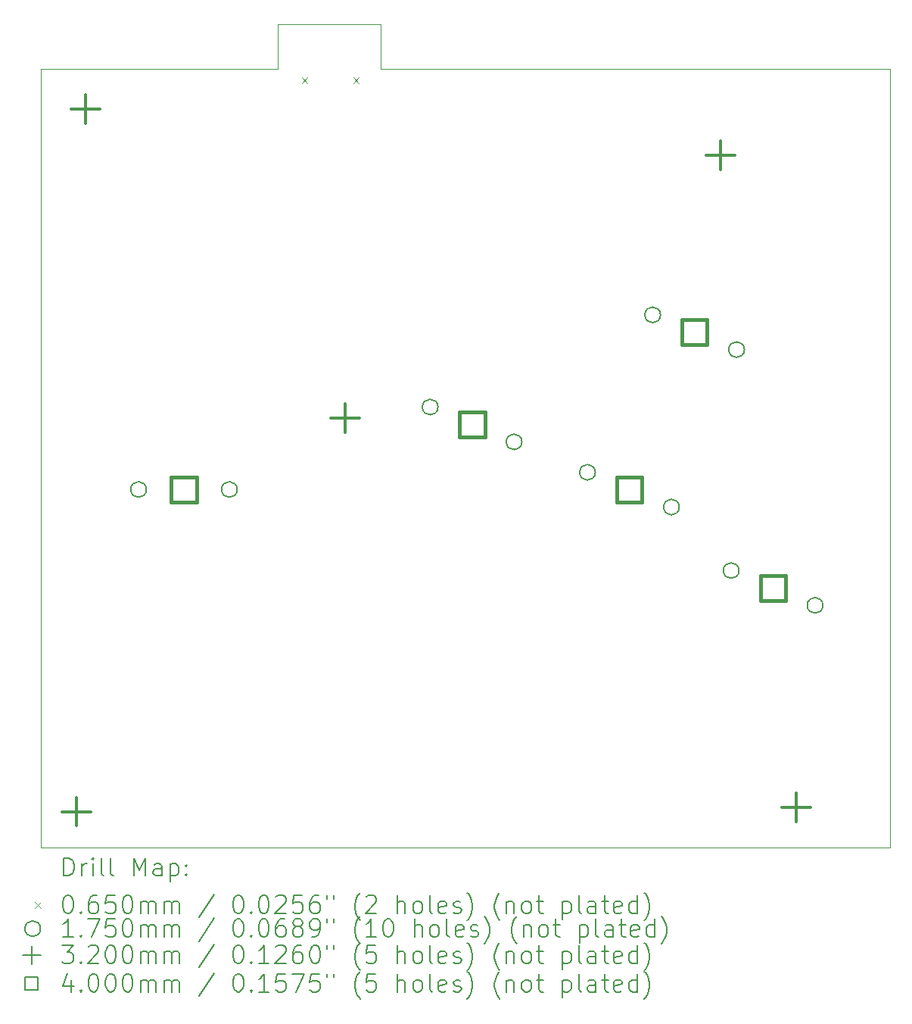
<source format=gbr>
%TF.GenerationSoftware,KiCad,Pcbnew,8.0.4*%
%TF.CreationDate,2024-07-23T18:00:42-07:00*%
%TF.ProjectId,2board_a,32626f61-7264-45f6-912e-6b696361645f,rev?*%
%TF.SameCoordinates,Original*%
%TF.FileFunction,Drillmap*%
%TF.FilePolarity,Positive*%
%FSLAX45Y45*%
G04 Gerber Fmt 4.5, Leading zero omitted, Abs format (unit mm)*
G04 Created by KiCad (PCBNEW 8.0.4) date 2024-07-23 18:00:42*
%MOMM*%
%LPD*%
G01*
G04 APERTURE LIST*
%ADD10C,0.100000*%
%ADD11C,0.200000*%
%ADD12C,0.175000*%
%ADD13C,0.320000*%
%ADD14C,0.400000*%
G04 APERTURE END LIST*
D10*
X12750000Y-2000000D02*
X13900000Y-2000000D01*
X12750000Y-2500000D02*
X12750000Y-2000000D01*
X10100000Y-2500000D02*
X12750000Y-2500000D01*
X19600000Y-2500000D02*
X19600000Y-11200000D01*
X13900000Y-2500000D02*
X19600000Y-2500000D01*
X19600000Y-11200000D02*
X10100000Y-11200000D01*
X13900000Y-2000000D02*
X13900000Y-2500000D01*
X10100000Y-11200000D02*
X10100000Y-2500000D01*
D11*
D10*
X13017000Y-2592000D02*
X13082000Y-2657000D01*
X13082000Y-2592000D02*
X13017000Y-2657000D01*
X13594000Y-2592000D02*
X13659000Y-2657000D01*
X13659000Y-2592000D02*
X13594000Y-2657000D01*
D12*
X11279500Y-7199170D02*
G75*
G02*
X11104500Y-7199170I-87500J0D01*
G01*
X11104500Y-7199170D02*
G75*
G02*
X11279500Y-7199170I87500J0D01*
G01*
X12295500Y-7199170D02*
G75*
G02*
X12120500Y-7199170I-87500J0D01*
G01*
X12120500Y-7199170D02*
G75*
G02*
X12295500Y-7199170I87500J0D01*
G01*
X14541656Y-6278021D02*
G75*
G02*
X14366656Y-6278021I-87500J0D01*
G01*
X14366656Y-6278021D02*
G75*
G02*
X14541656Y-6278021I87500J0D01*
G01*
X15480317Y-6666827D02*
G75*
G02*
X15305317Y-6666827I-87500J0D01*
G01*
X15305317Y-6666827D02*
G75*
G02*
X15480317Y-6666827I87500J0D01*
G01*
X16301646Y-7007033D02*
G75*
G02*
X16126646Y-7007033I-87500J0D01*
G01*
X16126646Y-7007033D02*
G75*
G02*
X16301646Y-7007033I87500J0D01*
G01*
X17030658Y-5247043D02*
G75*
G02*
X16855658Y-5247043I-87500J0D01*
G01*
X16855658Y-5247043D02*
G75*
G02*
X17030658Y-5247043I87500J0D01*
G01*
X17240308Y-7395839D02*
G75*
G02*
X17065308Y-7395839I-87500J0D01*
G01*
X17065308Y-7395839D02*
G75*
G02*
X17240308Y-7395839I87500J0D01*
G01*
X17908564Y-8105597D02*
G75*
G02*
X17733564Y-8105597I-87500J0D01*
G01*
X17733564Y-8105597D02*
G75*
G02*
X17908564Y-8105597I87500J0D01*
G01*
X17969320Y-5635849D02*
G75*
G02*
X17794320Y-5635849I-87500J0D01*
G01*
X17794320Y-5635849D02*
G75*
G02*
X17969320Y-5635849I87500J0D01*
G01*
X18847225Y-8494403D02*
G75*
G02*
X18672225Y-8494403I-87500J0D01*
G01*
X18672225Y-8494403D02*
G75*
G02*
X18847225Y-8494403I87500J0D01*
G01*
D13*
X10500000Y-10640000D02*
X10500000Y-10960000D01*
X10340000Y-10800000D02*
X10660000Y-10800000D01*
X10600000Y-2790000D02*
X10600000Y-3110000D01*
X10440000Y-2950000D02*
X10760000Y-2950000D01*
X13500000Y-6240000D02*
X13500000Y-6560000D01*
X13340000Y-6400000D02*
X13660000Y-6400000D01*
X17700000Y-3300000D02*
X17700000Y-3620000D01*
X17540000Y-3460000D02*
X17860000Y-3460000D01*
X18550000Y-10590000D02*
X18550000Y-10910000D01*
X18390000Y-10750000D02*
X18710000Y-10750000D01*
D14*
X11841423Y-7340592D02*
X11841423Y-7057747D01*
X11558577Y-7057747D01*
X11558577Y-7340592D01*
X11841423Y-7340592D01*
X15064909Y-6613847D02*
X15064909Y-6331002D01*
X14782064Y-6331002D01*
X14782064Y-6613847D01*
X15064909Y-6613847D01*
X16824900Y-7342859D02*
X16824900Y-7060013D01*
X16542054Y-7060013D01*
X16542054Y-7342859D01*
X16824900Y-7342859D01*
X17553912Y-5582868D02*
X17553912Y-5300023D01*
X17271066Y-5300023D01*
X17271066Y-5582868D01*
X17553912Y-5582868D01*
X18431817Y-8441423D02*
X18431817Y-8158577D01*
X18148972Y-8158577D01*
X18148972Y-8441423D01*
X18431817Y-8441423D01*
D11*
X10355777Y-11516484D02*
X10355777Y-11316484D01*
X10355777Y-11316484D02*
X10403396Y-11316484D01*
X10403396Y-11316484D02*
X10431967Y-11326008D01*
X10431967Y-11326008D02*
X10451015Y-11345055D01*
X10451015Y-11345055D02*
X10460539Y-11364103D01*
X10460539Y-11364103D02*
X10470063Y-11402198D01*
X10470063Y-11402198D02*
X10470063Y-11430769D01*
X10470063Y-11430769D02*
X10460539Y-11468865D01*
X10460539Y-11468865D02*
X10451015Y-11487912D01*
X10451015Y-11487912D02*
X10431967Y-11506960D01*
X10431967Y-11506960D02*
X10403396Y-11516484D01*
X10403396Y-11516484D02*
X10355777Y-11516484D01*
X10555777Y-11516484D02*
X10555777Y-11383150D01*
X10555777Y-11421246D02*
X10565301Y-11402198D01*
X10565301Y-11402198D02*
X10574824Y-11392674D01*
X10574824Y-11392674D02*
X10593872Y-11383150D01*
X10593872Y-11383150D02*
X10612920Y-11383150D01*
X10679586Y-11516484D02*
X10679586Y-11383150D01*
X10679586Y-11316484D02*
X10670063Y-11326008D01*
X10670063Y-11326008D02*
X10679586Y-11335531D01*
X10679586Y-11335531D02*
X10689110Y-11326008D01*
X10689110Y-11326008D02*
X10679586Y-11316484D01*
X10679586Y-11316484D02*
X10679586Y-11335531D01*
X10803396Y-11516484D02*
X10784348Y-11506960D01*
X10784348Y-11506960D02*
X10774824Y-11487912D01*
X10774824Y-11487912D02*
X10774824Y-11316484D01*
X10908158Y-11516484D02*
X10889110Y-11506960D01*
X10889110Y-11506960D02*
X10879586Y-11487912D01*
X10879586Y-11487912D02*
X10879586Y-11316484D01*
X11136729Y-11516484D02*
X11136729Y-11316484D01*
X11136729Y-11316484D02*
X11203396Y-11459341D01*
X11203396Y-11459341D02*
X11270062Y-11316484D01*
X11270062Y-11316484D02*
X11270062Y-11516484D01*
X11451015Y-11516484D02*
X11451015Y-11411722D01*
X11451015Y-11411722D02*
X11441491Y-11392674D01*
X11441491Y-11392674D02*
X11422443Y-11383150D01*
X11422443Y-11383150D02*
X11384348Y-11383150D01*
X11384348Y-11383150D02*
X11365301Y-11392674D01*
X11451015Y-11506960D02*
X11431967Y-11516484D01*
X11431967Y-11516484D02*
X11384348Y-11516484D01*
X11384348Y-11516484D02*
X11365301Y-11506960D01*
X11365301Y-11506960D02*
X11355777Y-11487912D01*
X11355777Y-11487912D02*
X11355777Y-11468865D01*
X11355777Y-11468865D02*
X11365301Y-11449817D01*
X11365301Y-11449817D02*
X11384348Y-11440293D01*
X11384348Y-11440293D02*
X11431967Y-11440293D01*
X11431967Y-11440293D02*
X11451015Y-11430769D01*
X11546253Y-11383150D02*
X11546253Y-11583150D01*
X11546253Y-11392674D02*
X11565301Y-11383150D01*
X11565301Y-11383150D02*
X11603396Y-11383150D01*
X11603396Y-11383150D02*
X11622443Y-11392674D01*
X11622443Y-11392674D02*
X11631967Y-11402198D01*
X11631967Y-11402198D02*
X11641491Y-11421246D01*
X11641491Y-11421246D02*
X11641491Y-11478388D01*
X11641491Y-11478388D02*
X11631967Y-11497436D01*
X11631967Y-11497436D02*
X11622443Y-11506960D01*
X11622443Y-11506960D02*
X11603396Y-11516484D01*
X11603396Y-11516484D02*
X11565301Y-11516484D01*
X11565301Y-11516484D02*
X11546253Y-11506960D01*
X11727205Y-11497436D02*
X11736729Y-11506960D01*
X11736729Y-11506960D02*
X11727205Y-11516484D01*
X11727205Y-11516484D02*
X11717682Y-11506960D01*
X11717682Y-11506960D02*
X11727205Y-11497436D01*
X11727205Y-11497436D02*
X11727205Y-11516484D01*
X11727205Y-11392674D02*
X11736729Y-11402198D01*
X11736729Y-11402198D02*
X11727205Y-11411722D01*
X11727205Y-11411722D02*
X11717682Y-11402198D01*
X11717682Y-11402198D02*
X11727205Y-11392674D01*
X11727205Y-11392674D02*
X11727205Y-11411722D01*
D10*
X10030000Y-11812500D02*
X10095000Y-11877500D01*
X10095000Y-11812500D02*
X10030000Y-11877500D01*
D11*
X10393872Y-11736484D02*
X10412920Y-11736484D01*
X10412920Y-11736484D02*
X10431967Y-11746008D01*
X10431967Y-11746008D02*
X10441491Y-11755531D01*
X10441491Y-11755531D02*
X10451015Y-11774579D01*
X10451015Y-11774579D02*
X10460539Y-11812674D01*
X10460539Y-11812674D02*
X10460539Y-11860293D01*
X10460539Y-11860293D02*
X10451015Y-11898388D01*
X10451015Y-11898388D02*
X10441491Y-11917436D01*
X10441491Y-11917436D02*
X10431967Y-11926960D01*
X10431967Y-11926960D02*
X10412920Y-11936484D01*
X10412920Y-11936484D02*
X10393872Y-11936484D01*
X10393872Y-11936484D02*
X10374824Y-11926960D01*
X10374824Y-11926960D02*
X10365301Y-11917436D01*
X10365301Y-11917436D02*
X10355777Y-11898388D01*
X10355777Y-11898388D02*
X10346253Y-11860293D01*
X10346253Y-11860293D02*
X10346253Y-11812674D01*
X10346253Y-11812674D02*
X10355777Y-11774579D01*
X10355777Y-11774579D02*
X10365301Y-11755531D01*
X10365301Y-11755531D02*
X10374824Y-11746008D01*
X10374824Y-11746008D02*
X10393872Y-11736484D01*
X10546253Y-11917436D02*
X10555777Y-11926960D01*
X10555777Y-11926960D02*
X10546253Y-11936484D01*
X10546253Y-11936484D02*
X10536729Y-11926960D01*
X10536729Y-11926960D02*
X10546253Y-11917436D01*
X10546253Y-11917436D02*
X10546253Y-11936484D01*
X10727205Y-11736484D02*
X10689110Y-11736484D01*
X10689110Y-11736484D02*
X10670063Y-11746008D01*
X10670063Y-11746008D02*
X10660539Y-11755531D01*
X10660539Y-11755531D02*
X10641491Y-11784103D01*
X10641491Y-11784103D02*
X10631967Y-11822198D01*
X10631967Y-11822198D02*
X10631967Y-11898388D01*
X10631967Y-11898388D02*
X10641491Y-11917436D01*
X10641491Y-11917436D02*
X10651015Y-11926960D01*
X10651015Y-11926960D02*
X10670063Y-11936484D01*
X10670063Y-11936484D02*
X10708158Y-11936484D01*
X10708158Y-11936484D02*
X10727205Y-11926960D01*
X10727205Y-11926960D02*
X10736729Y-11917436D01*
X10736729Y-11917436D02*
X10746253Y-11898388D01*
X10746253Y-11898388D02*
X10746253Y-11850769D01*
X10746253Y-11850769D02*
X10736729Y-11831722D01*
X10736729Y-11831722D02*
X10727205Y-11822198D01*
X10727205Y-11822198D02*
X10708158Y-11812674D01*
X10708158Y-11812674D02*
X10670063Y-11812674D01*
X10670063Y-11812674D02*
X10651015Y-11822198D01*
X10651015Y-11822198D02*
X10641491Y-11831722D01*
X10641491Y-11831722D02*
X10631967Y-11850769D01*
X10927205Y-11736484D02*
X10831967Y-11736484D01*
X10831967Y-11736484D02*
X10822444Y-11831722D01*
X10822444Y-11831722D02*
X10831967Y-11822198D01*
X10831967Y-11822198D02*
X10851015Y-11812674D01*
X10851015Y-11812674D02*
X10898634Y-11812674D01*
X10898634Y-11812674D02*
X10917682Y-11822198D01*
X10917682Y-11822198D02*
X10927205Y-11831722D01*
X10927205Y-11831722D02*
X10936729Y-11850769D01*
X10936729Y-11850769D02*
X10936729Y-11898388D01*
X10936729Y-11898388D02*
X10927205Y-11917436D01*
X10927205Y-11917436D02*
X10917682Y-11926960D01*
X10917682Y-11926960D02*
X10898634Y-11936484D01*
X10898634Y-11936484D02*
X10851015Y-11936484D01*
X10851015Y-11936484D02*
X10831967Y-11926960D01*
X10831967Y-11926960D02*
X10822444Y-11917436D01*
X11060539Y-11736484D02*
X11079586Y-11736484D01*
X11079586Y-11736484D02*
X11098634Y-11746008D01*
X11098634Y-11746008D02*
X11108158Y-11755531D01*
X11108158Y-11755531D02*
X11117682Y-11774579D01*
X11117682Y-11774579D02*
X11127205Y-11812674D01*
X11127205Y-11812674D02*
X11127205Y-11860293D01*
X11127205Y-11860293D02*
X11117682Y-11898388D01*
X11117682Y-11898388D02*
X11108158Y-11917436D01*
X11108158Y-11917436D02*
X11098634Y-11926960D01*
X11098634Y-11926960D02*
X11079586Y-11936484D01*
X11079586Y-11936484D02*
X11060539Y-11936484D01*
X11060539Y-11936484D02*
X11041491Y-11926960D01*
X11041491Y-11926960D02*
X11031967Y-11917436D01*
X11031967Y-11917436D02*
X11022444Y-11898388D01*
X11022444Y-11898388D02*
X11012920Y-11860293D01*
X11012920Y-11860293D02*
X11012920Y-11812674D01*
X11012920Y-11812674D02*
X11022444Y-11774579D01*
X11022444Y-11774579D02*
X11031967Y-11755531D01*
X11031967Y-11755531D02*
X11041491Y-11746008D01*
X11041491Y-11746008D02*
X11060539Y-11736484D01*
X11212920Y-11936484D02*
X11212920Y-11803150D01*
X11212920Y-11822198D02*
X11222443Y-11812674D01*
X11222443Y-11812674D02*
X11241491Y-11803150D01*
X11241491Y-11803150D02*
X11270063Y-11803150D01*
X11270063Y-11803150D02*
X11289110Y-11812674D01*
X11289110Y-11812674D02*
X11298634Y-11831722D01*
X11298634Y-11831722D02*
X11298634Y-11936484D01*
X11298634Y-11831722D02*
X11308158Y-11812674D01*
X11308158Y-11812674D02*
X11327205Y-11803150D01*
X11327205Y-11803150D02*
X11355777Y-11803150D01*
X11355777Y-11803150D02*
X11374824Y-11812674D01*
X11374824Y-11812674D02*
X11384348Y-11831722D01*
X11384348Y-11831722D02*
X11384348Y-11936484D01*
X11479586Y-11936484D02*
X11479586Y-11803150D01*
X11479586Y-11822198D02*
X11489110Y-11812674D01*
X11489110Y-11812674D02*
X11508158Y-11803150D01*
X11508158Y-11803150D02*
X11536729Y-11803150D01*
X11536729Y-11803150D02*
X11555777Y-11812674D01*
X11555777Y-11812674D02*
X11565301Y-11831722D01*
X11565301Y-11831722D02*
X11565301Y-11936484D01*
X11565301Y-11831722D02*
X11574824Y-11812674D01*
X11574824Y-11812674D02*
X11593872Y-11803150D01*
X11593872Y-11803150D02*
X11622443Y-11803150D01*
X11622443Y-11803150D02*
X11641491Y-11812674D01*
X11641491Y-11812674D02*
X11651015Y-11831722D01*
X11651015Y-11831722D02*
X11651015Y-11936484D01*
X12041491Y-11726960D02*
X11870063Y-11984103D01*
X12298634Y-11736484D02*
X12317682Y-11736484D01*
X12317682Y-11736484D02*
X12336729Y-11746008D01*
X12336729Y-11746008D02*
X12346253Y-11755531D01*
X12346253Y-11755531D02*
X12355777Y-11774579D01*
X12355777Y-11774579D02*
X12365301Y-11812674D01*
X12365301Y-11812674D02*
X12365301Y-11860293D01*
X12365301Y-11860293D02*
X12355777Y-11898388D01*
X12355777Y-11898388D02*
X12346253Y-11917436D01*
X12346253Y-11917436D02*
X12336729Y-11926960D01*
X12336729Y-11926960D02*
X12317682Y-11936484D01*
X12317682Y-11936484D02*
X12298634Y-11936484D01*
X12298634Y-11936484D02*
X12279586Y-11926960D01*
X12279586Y-11926960D02*
X12270063Y-11917436D01*
X12270063Y-11917436D02*
X12260539Y-11898388D01*
X12260539Y-11898388D02*
X12251015Y-11860293D01*
X12251015Y-11860293D02*
X12251015Y-11812674D01*
X12251015Y-11812674D02*
X12260539Y-11774579D01*
X12260539Y-11774579D02*
X12270063Y-11755531D01*
X12270063Y-11755531D02*
X12279586Y-11746008D01*
X12279586Y-11746008D02*
X12298634Y-11736484D01*
X12451015Y-11917436D02*
X12460539Y-11926960D01*
X12460539Y-11926960D02*
X12451015Y-11936484D01*
X12451015Y-11936484D02*
X12441491Y-11926960D01*
X12441491Y-11926960D02*
X12451015Y-11917436D01*
X12451015Y-11917436D02*
X12451015Y-11936484D01*
X12584348Y-11736484D02*
X12603396Y-11736484D01*
X12603396Y-11736484D02*
X12622444Y-11746008D01*
X12622444Y-11746008D02*
X12631967Y-11755531D01*
X12631967Y-11755531D02*
X12641491Y-11774579D01*
X12641491Y-11774579D02*
X12651015Y-11812674D01*
X12651015Y-11812674D02*
X12651015Y-11860293D01*
X12651015Y-11860293D02*
X12641491Y-11898388D01*
X12641491Y-11898388D02*
X12631967Y-11917436D01*
X12631967Y-11917436D02*
X12622444Y-11926960D01*
X12622444Y-11926960D02*
X12603396Y-11936484D01*
X12603396Y-11936484D02*
X12584348Y-11936484D01*
X12584348Y-11936484D02*
X12565301Y-11926960D01*
X12565301Y-11926960D02*
X12555777Y-11917436D01*
X12555777Y-11917436D02*
X12546253Y-11898388D01*
X12546253Y-11898388D02*
X12536729Y-11860293D01*
X12536729Y-11860293D02*
X12536729Y-11812674D01*
X12536729Y-11812674D02*
X12546253Y-11774579D01*
X12546253Y-11774579D02*
X12555777Y-11755531D01*
X12555777Y-11755531D02*
X12565301Y-11746008D01*
X12565301Y-11746008D02*
X12584348Y-11736484D01*
X12727206Y-11755531D02*
X12736729Y-11746008D01*
X12736729Y-11746008D02*
X12755777Y-11736484D01*
X12755777Y-11736484D02*
X12803396Y-11736484D01*
X12803396Y-11736484D02*
X12822444Y-11746008D01*
X12822444Y-11746008D02*
X12831967Y-11755531D01*
X12831967Y-11755531D02*
X12841491Y-11774579D01*
X12841491Y-11774579D02*
X12841491Y-11793627D01*
X12841491Y-11793627D02*
X12831967Y-11822198D01*
X12831967Y-11822198D02*
X12717682Y-11936484D01*
X12717682Y-11936484D02*
X12841491Y-11936484D01*
X13022444Y-11736484D02*
X12927206Y-11736484D01*
X12927206Y-11736484D02*
X12917682Y-11831722D01*
X12917682Y-11831722D02*
X12927206Y-11822198D01*
X12927206Y-11822198D02*
X12946253Y-11812674D01*
X12946253Y-11812674D02*
X12993872Y-11812674D01*
X12993872Y-11812674D02*
X13012920Y-11822198D01*
X13012920Y-11822198D02*
X13022444Y-11831722D01*
X13022444Y-11831722D02*
X13031967Y-11850769D01*
X13031967Y-11850769D02*
X13031967Y-11898388D01*
X13031967Y-11898388D02*
X13022444Y-11917436D01*
X13022444Y-11917436D02*
X13012920Y-11926960D01*
X13012920Y-11926960D02*
X12993872Y-11936484D01*
X12993872Y-11936484D02*
X12946253Y-11936484D01*
X12946253Y-11936484D02*
X12927206Y-11926960D01*
X12927206Y-11926960D02*
X12917682Y-11917436D01*
X13203396Y-11736484D02*
X13165301Y-11736484D01*
X13165301Y-11736484D02*
X13146253Y-11746008D01*
X13146253Y-11746008D02*
X13136729Y-11755531D01*
X13136729Y-11755531D02*
X13117682Y-11784103D01*
X13117682Y-11784103D02*
X13108158Y-11822198D01*
X13108158Y-11822198D02*
X13108158Y-11898388D01*
X13108158Y-11898388D02*
X13117682Y-11917436D01*
X13117682Y-11917436D02*
X13127206Y-11926960D01*
X13127206Y-11926960D02*
X13146253Y-11936484D01*
X13146253Y-11936484D02*
X13184348Y-11936484D01*
X13184348Y-11936484D02*
X13203396Y-11926960D01*
X13203396Y-11926960D02*
X13212920Y-11917436D01*
X13212920Y-11917436D02*
X13222444Y-11898388D01*
X13222444Y-11898388D02*
X13222444Y-11850769D01*
X13222444Y-11850769D02*
X13212920Y-11831722D01*
X13212920Y-11831722D02*
X13203396Y-11822198D01*
X13203396Y-11822198D02*
X13184348Y-11812674D01*
X13184348Y-11812674D02*
X13146253Y-11812674D01*
X13146253Y-11812674D02*
X13127206Y-11822198D01*
X13127206Y-11822198D02*
X13117682Y-11831722D01*
X13117682Y-11831722D02*
X13108158Y-11850769D01*
X13298634Y-11736484D02*
X13298634Y-11774579D01*
X13374825Y-11736484D02*
X13374825Y-11774579D01*
X13670063Y-12012674D02*
X13660539Y-12003150D01*
X13660539Y-12003150D02*
X13641491Y-11974579D01*
X13641491Y-11974579D02*
X13631968Y-11955531D01*
X13631968Y-11955531D02*
X13622444Y-11926960D01*
X13622444Y-11926960D02*
X13612920Y-11879341D01*
X13612920Y-11879341D02*
X13612920Y-11841246D01*
X13612920Y-11841246D02*
X13622444Y-11793627D01*
X13622444Y-11793627D02*
X13631968Y-11765055D01*
X13631968Y-11765055D02*
X13641491Y-11746008D01*
X13641491Y-11746008D02*
X13660539Y-11717436D01*
X13660539Y-11717436D02*
X13670063Y-11707912D01*
X13736729Y-11755531D02*
X13746253Y-11746008D01*
X13746253Y-11746008D02*
X13765301Y-11736484D01*
X13765301Y-11736484D02*
X13812920Y-11736484D01*
X13812920Y-11736484D02*
X13831968Y-11746008D01*
X13831968Y-11746008D02*
X13841491Y-11755531D01*
X13841491Y-11755531D02*
X13851015Y-11774579D01*
X13851015Y-11774579D02*
X13851015Y-11793627D01*
X13851015Y-11793627D02*
X13841491Y-11822198D01*
X13841491Y-11822198D02*
X13727206Y-11936484D01*
X13727206Y-11936484D02*
X13851015Y-11936484D01*
X14089110Y-11936484D02*
X14089110Y-11736484D01*
X14174825Y-11936484D02*
X14174825Y-11831722D01*
X14174825Y-11831722D02*
X14165301Y-11812674D01*
X14165301Y-11812674D02*
X14146253Y-11803150D01*
X14146253Y-11803150D02*
X14117682Y-11803150D01*
X14117682Y-11803150D02*
X14098634Y-11812674D01*
X14098634Y-11812674D02*
X14089110Y-11822198D01*
X14298634Y-11936484D02*
X14279587Y-11926960D01*
X14279587Y-11926960D02*
X14270063Y-11917436D01*
X14270063Y-11917436D02*
X14260539Y-11898388D01*
X14260539Y-11898388D02*
X14260539Y-11841246D01*
X14260539Y-11841246D02*
X14270063Y-11822198D01*
X14270063Y-11822198D02*
X14279587Y-11812674D01*
X14279587Y-11812674D02*
X14298634Y-11803150D01*
X14298634Y-11803150D02*
X14327206Y-11803150D01*
X14327206Y-11803150D02*
X14346253Y-11812674D01*
X14346253Y-11812674D02*
X14355777Y-11822198D01*
X14355777Y-11822198D02*
X14365301Y-11841246D01*
X14365301Y-11841246D02*
X14365301Y-11898388D01*
X14365301Y-11898388D02*
X14355777Y-11917436D01*
X14355777Y-11917436D02*
X14346253Y-11926960D01*
X14346253Y-11926960D02*
X14327206Y-11936484D01*
X14327206Y-11936484D02*
X14298634Y-11936484D01*
X14479587Y-11936484D02*
X14460539Y-11926960D01*
X14460539Y-11926960D02*
X14451015Y-11907912D01*
X14451015Y-11907912D02*
X14451015Y-11736484D01*
X14631968Y-11926960D02*
X14612920Y-11936484D01*
X14612920Y-11936484D02*
X14574825Y-11936484D01*
X14574825Y-11936484D02*
X14555777Y-11926960D01*
X14555777Y-11926960D02*
X14546253Y-11907912D01*
X14546253Y-11907912D02*
X14546253Y-11831722D01*
X14546253Y-11831722D02*
X14555777Y-11812674D01*
X14555777Y-11812674D02*
X14574825Y-11803150D01*
X14574825Y-11803150D02*
X14612920Y-11803150D01*
X14612920Y-11803150D02*
X14631968Y-11812674D01*
X14631968Y-11812674D02*
X14641491Y-11831722D01*
X14641491Y-11831722D02*
X14641491Y-11850769D01*
X14641491Y-11850769D02*
X14546253Y-11869817D01*
X14717682Y-11926960D02*
X14736730Y-11936484D01*
X14736730Y-11936484D02*
X14774825Y-11936484D01*
X14774825Y-11936484D02*
X14793872Y-11926960D01*
X14793872Y-11926960D02*
X14803396Y-11907912D01*
X14803396Y-11907912D02*
X14803396Y-11898388D01*
X14803396Y-11898388D02*
X14793872Y-11879341D01*
X14793872Y-11879341D02*
X14774825Y-11869817D01*
X14774825Y-11869817D02*
X14746253Y-11869817D01*
X14746253Y-11869817D02*
X14727206Y-11860293D01*
X14727206Y-11860293D02*
X14717682Y-11841246D01*
X14717682Y-11841246D02*
X14717682Y-11831722D01*
X14717682Y-11831722D02*
X14727206Y-11812674D01*
X14727206Y-11812674D02*
X14746253Y-11803150D01*
X14746253Y-11803150D02*
X14774825Y-11803150D01*
X14774825Y-11803150D02*
X14793872Y-11812674D01*
X14870063Y-12012674D02*
X14879587Y-12003150D01*
X14879587Y-12003150D02*
X14898634Y-11974579D01*
X14898634Y-11974579D02*
X14908158Y-11955531D01*
X14908158Y-11955531D02*
X14917682Y-11926960D01*
X14917682Y-11926960D02*
X14927206Y-11879341D01*
X14927206Y-11879341D02*
X14927206Y-11841246D01*
X14927206Y-11841246D02*
X14917682Y-11793627D01*
X14917682Y-11793627D02*
X14908158Y-11765055D01*
X14908158Y-11765055D02*
X14898634Y-11746008D01*
X14898634Y-11746008D02*
X14879587Y-11717436D01*
X14879587Y-11717436D02*
X14870063Y-11707912D01*
X15231968Y-12012674D02*
X15222444Y-12003150D01*
X15222444Y-12003150D02*
X15203396Y-11974579D01*
X15203396Y-11974579D02*
X15193872Y-11955531D01*
X15193872Y-11955531D02*
X15184349Y-11926960D01*
X15184349Y-11926960D02*
X15174825Y-11879341D01*
X15174825Y-11879341D02*
X15174825Y-11841246D01*
X15174825Y-11841246D02*
X15184349Y-11793627D01*
X15184349Y-11793627D02*
X15193872Y-11765055D01*
X15193872Y-11765055D02*
X15203396Y-11746008D01*
X15203396Y-11746008D02*
X15222444Y-11717436D01*
X15222444Y-11717436D02*
X15231968Y-11707912D01*
X15308158Y-11803150D02*
X15308158Y-11936484D01*
X15308158Y-11822198D02*
X15317682Y-11812674D01*
X15317682Y-11812674D02*
X15336730Y-11803150D01*
X15336730Y-11803150D02*
X15365301Y-11803150D01*
X15365301Y-11803150D02*
X15384349Y-11812674D01*
X15384349Y-11812674D02*
X15393872Y-11831722D01*
X15393872Y-11831722D02*
X15393872Y-11936484D01*
X15517682Y-11936484D02*
X15498634Y-11926960D01*
X15498634Y-11926960D02*
X15489111Y-11917436D01*
X15489111Y-11917436D02*
X15479587Y-11898388D01*
X15479587Y-11898388D02*
X15479587Y-11841246D01*
X15479587Y-11841246D02*
X15489111Y-11822198D01*
X15489111Y-11822198D02*
X15498634Y-11812674D01*
X15498634Y-11812674D02*
X15517682Y-11803150D01*
X15517682Y-11803150D02*
X15546253Y-11803150D01*
X15546253Y-11803150D02*
X15565301Y-11812674D01*
X15565301Y-11812674D02*
X15574825Y-11822198D01*
X15574825Y-11822198D02*
X15584349Y-11841246D01*
X15584349Y-11841246D02*
X15584349Y-11898388D01*
X15584349Y-11898388D02*
X15574825Y-11917436D01*
X15574825Y-11917436D02*
X15565301Y-11926960D01*
X15565301Y-11926960D02*
X15546253Y-11936484D01*
X15546253Y-11936484D02*
X15517682Y-11936484D01*
X15641492Y-11803150D02*
X15717682Y-11803150D01*
X15670063Y-11736484D02*
X15670063Y-11907912D01*
X15670063Y-11907912D02*
X15679587Y-11926960D01*
X15679587Y-11926960D02*
X15698634Y-11936484D01*
X15698634Y-11936484D02*
X15717682Y-11936484D01*
X15936730Y-11803150D02*
X15936730Y-12003150D01*
X15936730Y-11812674D02*
X15955777Y-11803150D01*
X15955777Y-11803150D02*
X15993873Y-11803150D01*
X15993873Y-11803150D02*
X16012920Y-11812674D01*
X16012920Y-11812674D02*
X16022444Y-11822198D01*
X16022444Y-11822198D02*
X16031968Y-11841246D01*
X16031968Y-11841246D02*
X16031968Y-11898388D01*
X16031968Y-11898388D02*
X16022444Y-11917436D01*
X16022444Y-11917436D02*
X16012920Y-11926960D01*
X16012920Y-11926960D02*
X15993873Y-11936484D01*
X15993873Y-11936484D02*
X15955777Y-11936484D01*
X15955777Y-11936484D02*
X15936730Y-11926960D01*
X16146253Y-11936484D02*
X16127206Y-11926960D01*
X16127206Y-11926960D02*
X16117682Y-11907912D01*
X16117682Y-11907912D02*
X16117682Y-11736484D01*
X16308158Y-11936484D02*
X16308158Y-11831722D01*
X16308158Y-11831722D02*
X16298634Y-11812674D01*
X16298634Y-11812674D02*
X16279587Y-11803150D01*
X16279587Y-11803150D02*
X16241492Y-11803150D01*
X16241492Y-11803150D02*
X16222444Y-11812674D01*
X16308158Y-11926960D02*
X16289111Y-11936484D01*
X16289111Y-11936484D02*
X16241492Y-11936484D01*
X16241492Y-11936484D02*
X16222444Y-11926960D01*
X16222444Y-11926960D02*
X16212920Y-11907912D01*
X16212920Y-11907912D02*
X16212920Y-11888865D01*
X16212920Y-11888865D02*
X16222444Y-11869817D01*
X16222444Y-11869817D02*
X16241492Y-11860293D01*
X16241492Y-11860293D02*
X16289111Y-11860293D01*
X16289111Y-11860293D02*
X16308158Y-11850769D01*
X16374825Y-11803150D02*
X16451015Y-11803150D01*
X16403396Y-11736484D02*
X16403396Y-11907912D01*
X16403396Y-11907912D02*
X16412920Y-11926960D01*
X16412920Y-11926960D02*
X16431968Y-11936484D01*
X16431968Y-11936484D02*
X16451015Y-11936484D01*
X16593873Y-11926960D02*
X16574825Y-11936484D01*
X16574825Y-11936484D02*
X16536730Y-11936484D01*
X16536730Y-11936484D02*
X16517682Y-11926960D01*
X16517682Y-11926960D02*
X16508158Y-11907912D01*
X16508158Y-11907912D02*
X16508158Y-11831722D01*
X16508158Y-11831722D02*
X16517682Y-11812674D01*
X16517682Y-11812674D02*
X16536730Y-11803150D01*
X16536730Y-11803150D02*
X16574825Y-11803150D01*
X16574825Y-11803150D02*
X16593873Y-11812674D01*
X16593873Y-11812674D02*
X16603396Y-11831722D01*
X16603396Y-11831722D02*
X16603396Y-11850769D01*
X16603396Y-11850769D02*
X16508158Y-11869817D01*
X16774825Y-11936484D02*
X16774825Y-11736484D01*
X16774825Y-11926960D02*
X16755777Y-11936484D01*
X16755777Y-11936484D02*
X16717682Y-11936484D01*
X16717682Y-11936484D02*
X16698634Y-11926960D01*
X16698634Y-11926960D02*
X16689111Y-11917436D01*
X16689111Y-11917436D02*
X16679587Y-11898388D01*
X16679587Y-11898388D02*
X16679587Y-11841246D01*
X16679587Y-11841246D02*
X16689111Y-11822198D01*
X16689111Y-11822198D02*
X16698634Y-11812674D01*
X16698634Y-11812674D02*
X16717682Y-11803150D01*
X16717682Y-11803150D02*
X16755777Y-11803150D01*
X16755777Y-11803150D02*
X16774825Y-11812674D01*
X16851016Y-12012674D02*
X16860539Y-12003150D01*
X16860539Y-12003150D02*
X16879587Y-11974579D01*
X16879587Y-11974579D02*
X16889111Y-11955531D01*
X16889111Y-11955531D02*
X16898635Y-11926960D01*
X16898635Y-11926960D02*
X16908158Y-11879341D01*
X16908158Y-11879341D02*
X16908158Y-11841246D01*
X16908158Y-11841246D02*
X16898635Y-11793627D01*
X16898635Y-11793627D02*
X16889111Y-11765055D01*
X16889111Y-11765055D02*
X16879587Y-11746008D01*
X16879587Y-11746008D02*
X16860539Y-11717436D01*
X16860539Y-11717436D02*
X16851016Y-11707912D01*
D12*
X10095000Y-12109000D02*
G75*
G02*
X9920000Y-12109000I-87500J0D01*
G01*
X9920000Y-12109000D02*
G75*
G02*
X10095000Y-12109000I87500J0D01*
G01*
D11*
X10460539Y-12200484D02*
X10346253Y-12200484D01*
X10403396Y-12200484D02*
X10403396Y-12000484D01*
X10403396Y-12000484D02*
X10384348Y-12029055D01*
X10384348Y-12029055D02*
X10365301Y-12048103D01*
X10365301Y-12048103D02*
X10346253Y-12057627D01*
X10546253Y-12181436D02*
X10555777Y-12190960D01*
X10555777Y-12190960D02*
X10546253Y-12200484D01*
X10546253Y-12200484D02*
X10536729Y-12190960D01*
X10536729Y-12190960D02*
X10546253Y-12181436D01*
X10546253Y-12181436D02*
X10546253Y-12200484D01*
X10622444Y-12000484D02*
X10755777Y-12000484D01*
X10755777Y-12000484D02*
X10670063Y-12200484D01*
X10927205Y-12000484D02*
X10831967Y-12000484D01*
X10831967Y-12000484D02*
X10822444Y-12095722D01*
X10822444Y-12095722D02*
X10831967Y-12086198D01*
X10831967Y-12086198D02*
X10851015Y-12076674D01*
X10851015Y-12076674D02*
X10898634Y-12076674D01*
X10898634Y-12076674D02*
X10917682Y-12086198D01*
X10917682Y-12086198D02*
X10927205Y-12095722D01*
X10927205Y-12095722D02*
X10936729Y-12114769D01*
X10936729Y-12114769D02*
X10936729Y-12162388D01*
X10936729Y-12162388D02*
X10927205Y-12181436D01*
X10927205Y-12181436D02*
X10917682Y-12190960D01*
X10917682Y-12190960D02*
X10898634Y-12200484D01*
X10898634Y-12200484D02*
X10851015Y-12200484D01*
X10851015Y-12200484D02*
X10831967Y-12190960D01*
X10831967Y-12190960D02*
X10822444Y-12181436D01*
X11060539Y-12000484D02*
X11079586Y-12000484D01*
X11079586Y-12000484D02*
X11098634Y-12010008D01*
X11098634Y-12010008D02*
X11108158Y-12019531D01*
X11108158Y-12019531D02*
X11117682Y-12038579D01*
X11117682Y-12038579D02*
X11127205Y-12076674D01*
X11127205Y-12076674D02*
X11127205Y-12124293D01*
X11127205Y-12124293D02*
X11117682Y-12162388D01*
X11117682Y-12162388D02*
X11108158Y-12181436D01*
X11108158Y-12181436D02*
X11098634Y-12190960D01*
X11098634Y-12190960D02*
X11079586Y-12200484D01*
X11079586Y-12200484D02*
X11060539Y-12200484D01*
X11060539Y-12200484D02*
X11041491Y-12190960D01*
X11041491Y-12190960D02*
X11031967Y-12181436D01*
X11031967Y-12181436D02*
X11022444Y-12162388D01*
X11022444Y-12162388D02*
X11012920Y-12124293D01*
X11012920Y-12124293D02*
X11012920Y-12076674D01*
X11012920Y-12076674D02*
X11022444Y-12038579D01*
X11022444Y-12038579D02*
X11031967Y-12019531D01*
X11031967Y-12019531D02*
X11041491Y-12010008D01*
X11041491Y-12010008D02*
X11060539Y-12000484D01*
X11212920Y-12200484D02*
X11212920Y-12067150D01*
X11212920Y-12086198D02*
X11222443Y-12076674D01*
X11222443Y-12076674D02*
X11241491Y-12067150D01*
X11241491Y-12067150D02*
X11270063Y-12067150D01*
X11270063Y-12067150D02*
X11289110Y-12076674D01*
X11289110Y-12076674D02*
X11298634Y-12095722D01*
X11298634Y-12095722D02*
X11298634Y-12200484D01*
X11298634Y-12095722D02*
X11308158Y-12076674D01*
X11308158Y-12076674D02*
X11327205Y-12067150D01*
X11327205Y-12067150D02*
X11355777Y-12067150D01*
X11355777Y-12067150D02*
X11374824Y-12076674D01*
X11374824Y-12076674D02*
X11384348Y-12095722D01*
X11384348Y-12095722D02*
X11384348Y-12200484D01*
X11479586Y-12200484D02*
X11479586Y-12067150D01*
X11479586Y-12086198D02*
X11489110Y-12076674D01*
X11489110Y-12076674D02*
X11508158Y-12067150D01*
X11508158Y-12067150D02*
X11536729Y-12067150D01*
X11536729Y-12067150D02*
X11555777Y-12076674D01*
X11555777Y-12076674D02*
X11565301Y-12095722D01*
X11565301Y-12095722D02*
X11565301Y-12200484D01*
X11565301Y-12095722D02*
X11574824Y-12076674D01*
X11574824Y-12076674D02*
X11593872Y-12067150D01*
X11593872Y-12067150D02*
X11622443Y-12067150D01*
X11622443Y-12067150D02*
X11641491Y-12076674D01*
X11641491Y-12076674D02*
X11651015Y-12095722D01*
X11651015Y-12095722D02*
X11651015Y-12200484D01*
X12041491Y-11990960D02*
X11870063Y-12248103D01*
X12298634Y-12000484D02*
X12317682Y-12000484D01*
X12317682Y-12000484D02*
X12336729Y-12010008D01*
X12336729Y-12010008D02*
X12346253Y-12019531D01*
X12346253Y-12019531D02*
X12355777Y-12038579D01*
X12355777Y-12038579D02*
X12365301Y-12076674D01*
X12365301Y-12076674D02*
X12365301Y-12124293D01*
X12365301Y-12124293D02*
X12355777Y-12162388D01*
X12355777Y-12162388D02*
X12346253Y-12181436D01*
X12346253Y-12181436D02*
X12336729Y-12190960D01*
X12336729Y-12190960D02*
X12317682Y-12200484D01*
X12317682Y-12200484D02*
X12298634Y-12200484D01*
X12298634Y-12200484D02*
X12279586Y-12190960D01*
X12279586Y-12190960D02*
X12270063Y-12181436D01*
X12270063Y-12181436D02*
X12260539Y-12162388D01*
X12260539Y-12162388D02*
X12251015Y-12124293D01*
X12251015Y-12124293D02*
X12251015Y-12076674D01*
X12251015Y-12076674D02*
X12260539Y-12038579D01*
X12260539Y-12038579D02*
X12270063Y-12019531D01*
X12270063Y-12019531D02*
X12279586Y-12010008D01*
X12279586Y-12010008D02*
X12298634Y-12000484D01*
X12451015Y-12181436D02*
X12460539Y-12190960D01*
X12460539Y-12190960D02*
X12451015Y-12200484D01*
X12451015Y-12200484D02*
X12441491Y-12190960D01*
X12441491Y-12190960D02*
X12451015Y-12181436D01*
X12451015Y-12181436D02*
X12451015Y-12200484D01*
X12584348Y-12000484D02*
X12603396Y-12000484D01*
X12603396Y-12000484D02*
X12622444Y-12010008D01*
X12622444Y-12010008D02*
X12631967Y-12019531D01*
X12631967Y-12019531D02*
X12641491Y-12038579D01*
X12641491Y-12038579D02*
X12651015Y-12076674D01*
X12651015Y-12076674D02*
X12651015Y-12124293D01*
X12651015Y-12124293D02*
X12641491Y-12162388D01*
X12641491Y-12162388D02*
X12631967Y-12181436D01*
X12631967Y-12181436D02*
X12622444Y-12190960D01*
X12622444Y-12190960D02*
X12603396Y-12200484D01*
X12603396Y-12200484D02*
X12584348Y-12200484D01*
X12584348Y-12200484D02*
X12565301Y-12190960D01*
X12565301Y-12190960D02*
X12555777Y-12181436D01*
X12555777Y-12181436D02*
X12546253Y-12162388D01*
X12546253Y-12162388D02*
X12536729Y-12124293D01*
X12536729Y-12124293D02*
X12536729Y-12076674D01*
X12536729Y-12076674D02*
X12546253Y-12038579D01*
X12546253Y-12038579D02*
X12555777Y-12019531D01*
X12555777Y-12019531D02*
X12565301Y-12010008D01*
X12565301Y-12010008D02*
X12584348Y-12000484D01*
X12822444Y-12000484D02*
X12784348Y-12000484D01*
X12784348Y-12000484D02*
X12765301Y-12010008D01*
X12765301Y-12010008D02*
X12755777Y-12019531D01*
X12755777Y-12019531D02*
X12736729Y-12048103D01*
X12736729Y-12048103D02*
X12727206Y-12086198D01*
X12727206Y-12086198D02*
X12727206Y-12162388D01*
X12727206Y-12162388D02*
X12736729Y-12181436D01*
X12736729Y-12181436D02*
X12746253Y-12190960D01*
X12746253Y-12190960D02*
X12765301Y-12200484D01*
X12765301Y-12200484D02*
X12803396Y-12200484D01*
X12803396Y-12200484D02*
X12822444Y-12190960D01*
X12822444Y-12190960D02*
X12831967Y-12181436D01*
X12831967Y-12181436D02*
X12841491Y-12162388D01*
X12841491Y-12162388D02*
X12841491Y-12114769D01*
X12841491Y-12114769D02*
X12831967Y-12095722D01*
X12831967Y-12095722D02*
X12822444Y-12086198D01*
X12822444Y-12086198D02*
X12803396Y-12076674D01*
X12803396Y-12076674D02*
X12765301Y-12076674D01*
X12765301Y-12076674D02*
X12746253Y-12086198D01*
X12746253Y-12086198D02*
X12736729Y-12095722D01*
X12736729Y-12095722D02*
X12727206Y-12114769D01*
X12955777Y-12086198D02*
X12936729Y-12076674D01*
X12936729Y-12076674D02*
X12927206Y-12067150D01*
X12927206Y-12067150D02*
X12917682Y-12048103D01*
X12917682Y-12048103D02*
X12917682Y-12038579D01*
X12917682Y-12038579D02*
X12927206Y-12019531D01*
X12927206Y-12019531D02*
X12936729Y-12010008D01*
X12936729Y-12010008D02*
X12955777Y-12000484D01*
X12955777Y-12000484D02*
X12993872Y-12000484D01*
X12993872Y-12000484D02*
X13012920Y-12010008D01*
X13012920Y-12010008D02*
X13022444Y-12019531D01*
X13022444Y-12019531D02*
X13031967Y-12038579D01*
X13031967Y-12038579D02*
X13031967Y-12048103D01*
X13031967Y-12048103D02*
X13022444Y-12067150D01*
X13022444Y-12067150D02*
X13012920Y-12076674D01*
X13012920Y-12076674D02*
X12993872Y-12086198D01*
X12993872Y-12086198D02*
X12955777Y-12086198D01*
X12955777Y-12086198D02*
X12936729Y-12095722D01*
X12936729Y-12095722D02*
X12927206Y-12105246D01*
X12927206Y-12105246D02*
X12917682Y-12124293D01*
X12917682Y-12124293D02*
X12917682Y-12162388D01*
X12917682Y-12162388D02*
X12927206Y-12181436D01*
X12927206Y-12181436D02*
X12936729Y-12190960D01*
X12936729Y-12190960D02*
X12955777Y-12200484D01*
X12955777Y-12200484D02*
X12993872Y-12200484D01*
X12993872Y-12200484D02*
X13012920Y-12190960D01*
X13012920Y-12190960D02*
X13022444Y-12181436D01*
X13022444Y-12181436D02*
X13031967Y-12162388D01*
X13031967Y-12162388D02*
X13031967Y-12124293D01*
X13031967Y-12124293D02*
X13022444Y-12105246D01*
X13022444Y-12105246D02*
X13012920Y-12095722D01*
X13012920Y-12095722D02*
X12993872Y-12086198D01*
X13127206Y-12200484D02*
X13165301Y-12200484D01*
X13165301Y-12200484D02*
X13184348Y-12190960D01*
X13184348Y-12190960D02*
X13193872Y-12181436D01*
X13193872Y-12181436D02*
X13212920Y-12152865D01*
X13212920Y-12152865D02*
X13222444Y-12114769D01*
X13222444Y-12114769D02*
X13222444Y-12038579D01*
X13222444Y-12038579D02*
X13212920Y-12019531D01*
X13212920Y-12019531D02*
X13203396Y-12010008D01*
X13203396Y-12010008D02*
X13184348Y-12000484D01*
X13184348Y-12000484D02*
X13146253Y-12000484D01*
X13146253Y-12000484D02*
X13127206Y-12010008D01*
X13127206Y-12010008D02*
X13117682Y-12019531D01*
X13117682Y-12019531D02*
X13108158Y-12038579D01*
X13108158Y-12038579D02*
X13108158Y-12086198D01*
X13108158Y-12086198D02*
X13117682Y-12105246D01*
X13117682Y-12105246D02*
X13127206Y-12114769D01*
X13127206Y-12114769D02*
X13146253Y-12124293D01*
X13146253Y-12124293D02*
X13184348Y-12124293D01*
X13184348Y-12124293D02*
X13203396Y-12114769D01*
X13203396Y-12114769D02*
X13212920Y-12105246D01*
X13212920Y-12105246D02*
X13222444Y-12086198D01*
X13298634Y-12000484D02*
X13298634Y-12038579D01*
X13374825Y-12000484D02*
X13374825Y-12038579D01*
X13670063Y-12276674D02*
X13660539Y-12267150D01*
X13660539Y-12267150D02*
X13641491Y-12238579D01*
X13641491Y-12238579D02*
X13631968Y-12219531D01*
X13631968Y-12219531D02*
X13622444Y-12190960D01*
X13622444Y-12190960D02*
X13612920Y-12143341D01*
X13612920Y-12143341D02*
X13612920Y-12105246D01*
X13612920Y-12105246D02*
X13622444Y-12057627D01*
X13622444Y-12057627D02*
X13631968Y-12029055D01*
X13631968Y-12029055D02*
X13641491Y-12010008D01*
X13641491Y-12010008D02*
X13660539Y-11981436D01*
X13660539Y-11981436D02*
X13670063Y-11971912D01*
X13851015Y-12200484D02*
X13736729Y-12200484D01*
X13793872Y-12200484D02*
X13793872Y-12000484D01*
X13793872Y-12000484D02*
X13774825Y-12029055D01*
X13774825Y-12029055D02*
X13755777Y-12048103D01*
X13755777Y-12048103D02*
X13736729Y-12057627D01*
X13974825Y-12000484D02*
X13993872Y-12000484D01*
X13993872Y-12000484D02*
X14012920Y-12010008D01*
X14012920Y-12010008D02*
X14022444Y-12019531D01*
X14022444Y-12019531D02*
X14031968Y-12038579D01*
X14031968Y-12038579D02*
X14041491Y-12076674D01*
X14041491Y-12076674D02*
X14041491Y-12124293D01*
X14041491Y-12124293D02*
X14031968Y-12162388D01*
X14031968Y-12162388D02*
X14022444Y-12181436D01*
X14022444Y-12181436D02*
X14012920Y-12190960D01*
X14012920Y-12190960D02*
X13993872Y-12200484D01*
X13993872Y-12200484D02*
X13974825Y-12200484D01*
X13974825Y-12200484D02*
X13955777Y-12190960D01*
X13955777Y-12190960D02*
X13946253Y-12181436D01*
X13946253Y-12181436D02*
X13936729Y-12162388D01*
X13936729Y-12162388D02*
X13927206Y-12124293D01*
X13927206Y-12124293D02*
X13927206Y-12076674D01*
X13927206Y-12076674D02*
X13936729Y-12038579D01*
X13936729Y-12038579D02*
X13946253Y-12019531D01*
X13946253Y-12019531D02*
X13955777Y-12010008D01*
X13955777Y-12010008D02*
X13974825Y-12000484D01*
X14279587Y-12200484D02*
X14279587Y-12000484D01*
X14365301Y-12200484D02*
X14365301Y-12095722D01*
X14365301Y-12095722D02*
X14355777Y-12076674D01*
X14355777Y-12076674D02*
X14336730Y-12067150D01*
X14336730Y-12067150D02*
X14308158Y-12067150D01*
X14308158Y-12067150D02*
X14289110Y-12076674D01*
X14289110Y-12076674D02*
X14279587Y-12086198D01*
X14489110Y-12200484D02*
X14470063Y-12190960D01*
X14470063Y-12190960D02*
X14460539Y-12181436D01*
X14460539Y-12181436D02*
X14451015Y-12162388D01*
X14451015Y-12162388D02*
X14451015Y-12105246D01*
X14451015Y-12105246D02*
X14460539Y-12086198D01*
X14460539Y-12086198D02*
X14470063Y-12076674D01*
X14470063Y-12076674D02*
X14489110Y-12067150D01*
X14489110Y-12067150D02*
X14517682Y-12067150D01*
X14517682Y-12067150D02*
X14536730Y-12076674D01*
X14536730Y-12076674D02*
X14546253Y-12086198D01*
X14546253Y-12086198D02*
X14555777Y-12105246D01*
X14555777Y-12105246D02*
X14555777Y-12162388D01*
X14555777Y-12162388D02*
X14546253Y-12181436D01*
X14546253Y-12181436D02*
X14536730Y-12190960D01*
X14536730Y-12190960D02*
X14517682Y-12200484D01*
X14517682Y-12200484D02*
X14489110Y-12200484D01*
X14670063Y-12200484D02*
X14651015Y-12190960D01*
X14651015Y-12190960D02*
X14641491Y-12171912D01*
X14641491Y-12171912D02*
X14641491Y-12000484D01*
X14822444Y-12190960D02*
X14803396Y-12200484D01*
X14803396Y-12200484D02*
X14765301Y-12200484D01*
X14765301Y-12200484D02*
X14746253Y-12190960D01*
X14746253Y-12190960D02*
X14736730Y-12171912D01*
X14736730Y-12171912D02*
X14736730Y-12095722D01*
X14736730Y-12095722D02*
X14746253Y-12076674D01*
X14746253Y-12076674D02*
X14765301Y-12067150D01*
X14765301Y-12067150D02*
X14803396Y-12067150D01*
X14803396Y-12067150D02*
X14822444Y-12076674D01*
X14822444Y-12076674D02*
X14831968Y-12095722D01*
X14831968Y-12095722D02*
X14831968Y-12114769D01*
X14831968Y-12114769D02*
X14736730Y-12133817D01*
X14908158Y-12190960D02*
X14927206Y-12200484D01*
X14927206Y-12200484D02*
X14965301Y-12200484D01*
X14965301Y-12200484D02*
X14984349Y-12190960D01*
X14984349Y-12190960D02*
X14993872Y-12171912D01*
X14993872Y-12171912D02*
X14993872Y-12162388D01*
X14993872Y-12162388D02*
X14984349Y-12143341D01*
X14984349Y-12143341D02*
X14965301Y-12133817D01*
X14965301Y-12133817D02*
X14936730Y-12133817D01*
X14936730Y-12133817D02*
X14917682Y-12124293D01*
X14917682Y-12124293D02*
X14908158Y-12105246D01*
X14908158Y-12105246D02*
X14908158Y-12095722D01*
X14908158Y-12095722D02*
X14917682Y-12076674D01*
X14917682Y-12076674D02*
X14936730Y-12067150D01*
X14936730Y-12067150D02*
X14965301Y-12067150D01*
X14965301Y-12067150D02*
X14984349Y-12076674D01*
X15060539Y-12276674D02*
X15070063Y-12267150D01*
X15070063Y-12267150D02*
X15089111Y-12238579D01*
X15089111Y-12238579D02*
X15098634Y-12219531D01*
X15098634Y-12219531D02*
X15108158Y-12190960D01*
X15108158Y-12190960D02*
X15117682Y-12143341D01*
X15117682Y-12143341D02*
X15117682Y-12105246D01*
X15117682Y-12105246D02*
X15108158Y-12057627D01*
X15108158Y-12057627D02*
X15098634Y-12029055D01*
X15098634Y-12029055D02*
X15089111Y-12010008D01*
X15089111Y-12010008D02*
X15070063Y-11981436D01*
X15070063Y-11981436D02*
X15060539Y-11971912D01*
X15422444Y-12276674D02*
X15412920Y-12267150D01*
X15412920Y-12267150D02*
X15393872Y-12238579D01*
X15393872Y-12238579D02*
X15384349Y-12219531D01*
X15384349Y-12219531D02*
X15374825Y-12190960D01*
X15374825Y-12190960D02*
X15365301Y-12143341D01*
X15365301Y-12143341D02*
X15365301Y-12105246D01*
X15365301Y-12105246D02*
X15374825Y-12057627D01*
X15374825Y-12057627D02*
X15384349Y-12029055D01*
X15384349Y-12029055D02*
X15393872Y-12010008D01*
X15393872Y-12010008D02*
X15412920Y-11981436D01*
X15412920Y-11981436D02*
X15422444Y-11971912D01*
X15498634Y-12067150D02*
X15498634Y-12200484D01*
X15498634Y-12086198D02*
X15508158Y-12076674D01*
X15508158Y-12076674D02*
X15527206Y-12067150D01*
X15527206Y-12067150D02*
X15555777Y-12067150D01*
X15555777Y-12067150D02*
X15574825Y-12076674D01*
X15574825Y-12076674D02*
X15584349Y-12095722D01*
X15584349Y-12095722D02*
X15584349Y-12200484D01*
X15708158Y-12200484D02*
X15689111Y-12190960D01*
X15689111Y-12190960D02*
X15679587Y-12181436D01*
X15679587Y-12181436D02*
X15670063Y-12162388D01*
X15670063Y-12162388D02*
X15670063Y-12105246D01*
X15670063Y-12105246D02*
X15679587Y-12086198D01*
X15679587Y-12086198D02*
X15689111Y-12076674D01*
X15689111Y-12076674D02*
X15708158Y-12067150D01*
X15708158Y-12067150D02*
X15736730Y-12067150D01*
X15736730Y-12067150D02*
X15755777Y-12076674D01*
X15755777Y-12076674D02*
X15765301Y-12086198D01*
X15765301Y-12086198D02*
X15774825Y-12105246D01*
X15774825Y-12105246D02*
X15774825Y-12162388D01*
X15774825Y-12162388D02*
X15765301Y-12181436D01*
X15765301Y-12181436D02*
X15755777Y-12190960D01*
X15755777Y-12190960D02*
X15736730Y-12200484D01*
X15736730Y-12200484D02*
X15708158Y-12200484D01*
X15831968Y-12067150D02*
X15908158Y-12067150D01*
X15860539Y-12000484D02*
X15860539Y-12171912D01*
X15860539Y-12171912D02*
X15870063Y-12190960D01*
X15870063Y-12190960D02*
X15889111Y-12200484D01*
X15889111Y-12200484D02*
X15908158Y-12200484D01*
X16127206Y-12067150D02*
X16127206Y-12267150D01*
X16127206Y-12076674D02*
X16146253Y-12067150D01*
X16146253Y-12067150D02*
X16184349Y-12067150D01*
X16184349Y-12067150D02*
X16203396Y-12076674D01*
X16203396Y-12076674D02*
X16212920Y-12086198D01*
X16212920Y-12086198D02*
X16222444Y-12105246D01*
X16222444Y-12105246D02*
X16222444Y-12162388D01*
X16222444Y-12162388D02*
X16212920Y-12181436D01*
X16212920Y-12181436D02*
X16203396Y-12190960D01*
X16203396Y-12190960D02*
X16184349Y-12200484D01*
X16184349Y-12200484D02*
X16146253Y-12200484D01*
X16146253Y-12200484D02*
X16127206Y-12190960D01*
X16336730Y-12200484D02*
X16317682Y-12190960D01*
X16317682Y-12190960D02*
X16308158Y-12171912D01*
X16308158Y-12171912D02*
X16308158Y-12000484D01*
X16498634Y-12200484D02*
X16498634Y-12095722D01*
X16498634Y-12095722D02*
X16489111Y-12076674D01*
X16489111Y-12076674D02*
X16470063Y-12067150D01*
X16470063Y-12067150D02*
X16431968Y-12067150D01*
X16431968Y-12067150D02*
X16412920Y-12076674D01*
X16498634Y-12190960D02*
X16479587Y-12200484D01*
X16479587Y-12200484D02*
X16431968Y-12200484D01*
X16431968Y-12200484D02*
X16412920Y-12190960D01*
X16412920Y-12190960D02*
X16403396Y-12171912D01*
X16403396Y-12171912D02*
X16403396Y-12152865D01*
X16403396Y-12152865D02*
X16412920Y-12133817D01*
X16412920Y-12133817D02*
X16431968Y-12124293D01*
X16431968Y-12124293D02*
X16479587Y-12124293D01*
X16479587Y-12124293D02*
X16498634Y-12114769D01*
X16565301Y-12067150D02*
X16641492Y-12067150D01*
X16593873Y-12000484D02*
X16593873Y-12171912D01*
X16593873Y-12171912D02*
X16603396Y-12190960D01*
X16603396Y-12190960D02*
X16622444Y-12200484D01*
X16622444Y-12200484D02*
X16641492Y-12200484D01*
X16784349Y-12190960D02*
X16765301Y-12200484D01*
X16765301Y-12200484D02*
X16727206Y-12200484D01*
X16727206Y-12200484D02*
X16708158Y-12190960D01*
X16708158Y-12190960D02*
X16698634Y-12171912D01*
X16698634Y-12171912D02*
X16698634Y-12095722D01*
X16698634Y-12095722D02*
X16708158Y-12076674D01*
X16708158Y-12076674D02*
X16727206Y-12067150D01*
X16727206Y-12067150D02*
X16765301Y-12067150D01*
X16765301Y-12067150D02*
X16784349Y-12076674D01*
X16784349Y-12076674D02*
X16793873Y-12095722D01*
X16793873Y-12095722D02*
X16793873Y-12114769D01*
X16793873Y-12114769D02*
X16698634Y-12133817D01*
X16965301Y-12200484D02*
X16965301Y-12000484D01*
X16965301Y-12190960D02*
X16946254Y-12200484D01*
X16946254Y-12200484D02*
X16908158Y-12200484D01*
X16908158Y-12200484D02*
X16889111Y-12190960D01*
X16889111Y-12190960D02*
X16879587Y-12181436D01*
X16879587Y-12181436D02*
X16870063Y-12162388D01*
X16870063Y-12162388D02*
X16870063Y-12105246D01*
X16870063Y-12105246D02*
X16879587Y-12086198D01*
X16879587Y-12086198D02*
X16889111Y-12076674D01*
X16889111Y-12076674D02*
X16908158Y-12067150D01*
X16908158Y-12067150D02*
X16946254Y-12067150D01*
X16946254Y-12067150D02*
X16965301Y-12076674D01*
X17041492Y-12276674D02*
X17051016Y-12267150D01*
X17051016Y-12267150D02*
X17070063Y-12238579D01*
X17070063Y-12238579D02*
X17079587Y-12219531D01*
X17079587Y-12219531D02*
X17089111Y-12190960D01*
X17089111Y-12190960D02*
X17098635Y-12143341D01*
X17098635Y-12143341D02*
X17098635Y-12105246D01*
X17098635Y-12105246D02*
X17089111Y-12057627D01*
X17089111Y-12057627D02*
X17079587Y-12029055D01*
X17079587Y-12029055D02*
X17070063Y-12010008D01*
X17070063Y-12010008D02*
X17051016Y-11981436D01*
X17051016Y-11981436D02*
X17041492Y-11971912D01*
X9995000Y-12304000D02*
X9995000Y-12504000D01*
X9895000Y-12404000D02*
X10095000Y-12404000D01*
X10336729Y-12295484D02*
X10460539Y-12295484D01*
X10460539Y-12295484D02*
X10393872Y-12371674D01*
X10393872Y-12371674D02*
X10422444Y-12371674D01*
X10422444Y-12371674D02*
X10441491Y-12381198D01*
X10441491Y-12381198D02*
X10451015Y-12390722D01*
X10451015Y-12390722D02*
X10460539Y-12409769D01*
X10460539Y-12409769D02*
X10460539Y-12457388D01*
X10460539Y-12457388D02*
X10451015Y-12476436D01*
X10451015Y-12476436D02*
X10441491Y-12485960D01*
X10441491Y-12485960D02*
X10422444Y-12495484D01*
X10422444Y-12495484D02*
X10365301Y-12495484D01*
X10365301Y-12495484D02*
X10346253Y-12485960D01*
X10346253Y-12485960D02*
X10336729Y-12476436D01*
X10546253Y-12476436D02*
X10555777Y-12485960D01*
X10555777Y-12485960D02*
X10546253Y-12495484D01*
X10546253Y-12495484D02*
X10536729Y-12485960D01*
X10536729Y-12485960D02*
X10546253Y-12476436D01*
X10546253Y-12476436D02*
X10546253Y-12495484D01*
X10631967Y-12314531D02*
X10641491Y-12305008D01*
X10641491Y-12305008D02*
X10660539Y-12295484D01*
X10660539Y-12295484D02*
X10708158Y-12295484D01*
X10708158Y-12295484D02*
X10727205Y-12305008D01*
X10727205Y-12305008D02*
X10736729Y-12314531D01*
X10736729Y-12314531D02*
X10746253Y-12333579D01*
X10746253Y-12333579D02*
X10746253Y-12352627D01*
X10746253Y-12352627D02*
X10736729Y-12381198D01*
X10736729Y-12381198D02*
X10622444Y-12495484D01*
X10622444Y-12495484D02*
X10746253Y-12495484D01*
X10870063Y-12295484D02*
X10889110Y-12295484D01*
X10889110Y-12295484D02*
X10908158Y-12305008D01*
X10908158Y-12305008D02*
X10917682Y-12314531D01*
X10917682Y-12314531D02*
X10927205Y-12333579D01*
X10927205Y-12333579D02*
X10936729Y-12371674D01*
X10936729Y-12371674D02*
X10936729Y-12419293D01*
X10936729Y-12419293D02*
X10927205Y-12457388D01*
X10927205Y-12457388D02*
X10917682Y-12476436D01*
X10917682Y-12476436D02*
X10908158Y-12485960D01*
X10908158Y-12485960D02*
X10889110Y-12495484D01*
X10889110Y-12495484D02*
X10870063Y-12495484D01*
X10870063Y-12495484D02*
X10851015Y-12485960D01*
X10851015Y-12485960D02*
X10841491Y-12476436D01*
X10841491Y-12476436D02*
X10831967Y-12457388D01*
X10831967Y-12457388D02*
X10822444Y-12419293D01*
X10822444Y-12419293D02*
X10822444Y-12371674D01*
X10822444Y-12371674D02*
X10831967Y-12333579D01*
X10831967Y-12333579D02*
X10841491Y-12314531D01*
X10841491Y-12314531D02*
X10851015Y-12305008D01*
X10851015Y-12305008D02*
X10870063Y-12295484D01*
X11060539Y-12295484D02*
X11079586Y-12295484D01*
X11079586Y-12295484D02*
X11098634Y-12305008D01*
X11098634Y-12305008D02*
X11108158Y-12314531D01*
X11108158Y-12314531D02*
X11117682Y-12333579D01*
X11117682Y-12333579D02*
X11127205Y-12371674D01*
X11127205Y-12371674D02*
X11127205Y-12419293D01*
X11127205Y-12419293D02*
X11117682Y-12457388D01*
X11117682Y-12457388D02*
X11108158Y-12476436D01*
X11108158Y-12476436D02*
X11098634Y-12485960D01*
X11098634Y-12485960D02*
X11079586Y-12495484D01*
X11079586Y-12495484D02*
X11060539Y-12495484D01*
X11060539Y-12495484D02*
X11041491Y-12485960D01*
X11041491Y-12485960D02*
X11031967Y-12476436D01*
X11031967Y-12476436D02*
X11022444Y-12457388D01*
X11022444Y-12457388D02*
X11012920Y-12419293D01*
X11012920Y-12419293D02*
X11012920Y-12371674D01*
X11012920Y-12371674D02*
X11022444Y-12333579D01*
X11022444Y-12333579D02*
X11031967Y-12314531D01*
X11031967Y-12314531D02*
X11041491Y-12305008D01*
X11041491Y-12305008D02*
X11060539Y-12295484D01*
X11212920Y-12495484D02*
X11212920Y-12362150D01*
X11212920Y-12381198D02*
X11222443Y-12371674D01*
X11222443Y-12371674D02*
X11241491Y-12362150D01*
X11241491Y-12362150D02*
X11270063Y-12362150D01*
X11270063Y-12362150D02*
X11289110Y-12371674D01*
X11289110Y-12371674D02*
X11298634Y-12390722D01*
X11298634Y-12390722D02*
X11298634Y-12495484D01*
X11298634Y-12390722D02*
X11308158Y-12371674D01*
X11308158Y-12371674D02*
X11327205Y-12362150D01*
X11327205Y-12362150D02*
X11355777Y-12362150D01*
X11355777Y-12362150D02*
X11374824Y-12371674D01*
X11374824Y-12371674D02*
X11384348Y-12390722D01*
X11384348Y-12390722D02*
X11384348Y-12495484D01*
X11479586Y-12495484D02*
X11479586Y-12362150D01*
X11479586Y-12381198D02*
X11489110Y-12371674D01*
X11489110Y-12371674D02*
X11508158Y-12362150D01*
X11508158Y-12362150D02*
X11536729Y-12362150D01*
X11536729Y-12362150D02*
X11555777Y-12371674D01*
X11555777Y-12371674D02*
X11565301Y-12390722D01*
X11565301Y-12390722D02*
X11565301Y-12495484D01*
X11565301Y-12390722D02*
X11574824Y-12371674D01*
X11574824Y-12371674D02*
X11593872Y-12362150D01*
X11593872Y-12362150D02*
X11622443Y-12362150D01*
X11622443Y-12362150D02*
X11641491Y-12371674D01*
X11641491Y-12371674D02*
X11651015Y-12390722D01*
X11651015Y-12390722D02*
X11651015Y-12495484D01*
X12041491Y-12285960D02*
X11870063Y-12543103D01*
X12298634Y-12295484D02*
X12317682Y-12295484D01*
X12317682Y-12295484D02*
X12336729Y-12305008D01*
X12336729Y-12305008D02*
X12346253Y-12314531D01*
X12346253Y-12314531D02*
X12355777Y-12333579D01*
X12355777Y-12333579D02*
X12365301Y-12371674D01*
X12365301Y-12371674D02*
X12365301Y-12419293D01*
X12365301Y-12419293D02*
X12355777Y-12457388D01*
X12355777Y-12457388D02*
X12346253Y-12476436D01*
X12346253Y-12476436D02*
X12336729Y-12485960D01*
X12336729Y-12485960D02*
X12317682Y-12495484D01*
X12317682Y-12495484D02*
X12298634Y-12495484D01*
X12298634Y-12495484D02*
X12279586Y-12485960D01*
X12279586Y-12485960D02*
X12270063Y-12476436D01*
X12270063Y-12476436D02*
X12260539Y-12457388D01*
X12260539Y-12457388D02*
X12251015Y-12419293D01*
X12251015Y-12419293D02*
X12251015Y-12371674D01*
X12251015Y-12371674D02*
X12260539Y-12333579D01*
X12260539Y-12333579D02*
X12270063Y-12314531D01*
X12270063Y-12314531D02*
X12279586Y-12305008D01*
X12279586Y-12305008D02*
X12298634Y-12295484D01*
X12451015Y-12476436D02*
X12460539Y-12485960D01*
X12460539Y-12485960D02*
X12451015Y-12495484D01*
X12451015Y-12495484D02*
X12441491Y-12485960D01*
X12441491Y-12485960D02*
X12451015Y-12476436D01*
X12451015Y-12476436D02*
X12451015Y-12495484D01*
X12651015Y-12495484D02*
X12536729Y-12495484D01*
X12593872Y-12495484D02*
X12593872Y-12295484D01*
X12593872Y-12295484D02*
X12574825Y-12324055D01*
X12574825Y-12324055D02*
X12555777Y-12343103D01*
X12555777Y-12343103D02*
X12536729Y-12352627D01*
X12727206Y-12314531D02*
X12736729Y-12305008D01*
X12736729Y-12305008D02*
X12755777Y-12295484D01*
X12755777Y-12295484D02*
X12803396Y-12295484D01*
X12803396Y-12295484D02*
X12822444Y-12305008D01*
X12822444Y-12305008D02*
X12831967Y-12314531D01*
X12831967Y-12314531D02*
X12841491Y-12333579D01*
X12841491Y-12333579D02*
X12841491Y-12352627D01*
X12841491Y-12352627D02*
X12831967Y-12381198D01*
X12831967Y-12381198D02*
X12717682Y-12495484D01*
X12717682Y-12495484D02*
X12841491Y-12495484D01*
X13012920Y-12295484D02*
X12974825Y-12295484D01*
X12974825Y-12295484D02*
X12955777Y-12305008D01*
X12955777Y-12305008D02*
X12946253Y-12314531D01*
X12946253Y-12314531D02*
X12927206Y-12343103D01*
X12927206Y-12343103D02*
X12917682Y-12381198D01*
X12917682Y-12381198D02*
X12917682Y-12457388D01*
X12917682Y-12457388D02*
X12927206Y-12476436D01*
X12927206Y-12476436D02*
X12936729Y-12485960D01*
X12936729Y-12485960D02*
X12955777Y-12495484D01*
X12955777Y-12495484D02*
X12993872Y-12495484D01*
X12993872Y-12495484D02*
X13012920Y-12485960D01*
X13012920Y-12485960D02*
X13022444Y-12476436D01*
X13022444Y-12476436D02*
X13031967Y-12457388D01*
X13031967Y-12457388D02*
X13031967Y-12409769D01*
X13031967Y-12409769D02*
X13022444Y-12390722D01*
X13022444Y-12390722D02*
X13012920Y-12381198D01*
X13012920Y-12381198D02*
X12993872Y-12371674D01*
X12993872Y-12371674D02*
X12955777Y-12371674D01*
X12955777Y-12371674D02*
X12936729Y-12381198D01*
X12936729Y-12381198D02*
X12927206Y-12390722D01*
X12927206Y-12390722D02*
X12917682Y-12409769D01*
X13155777Y-12295484D02*
X13174825Y-12295484D01*
X13174825Y-12295484D02*
X13193872Y-12305008D01*
X13193872Y-12305008D02*
X13203396Y-12314531D01*
X13203396Y-12314531D02*
X13212920Y-12333579D01*
X13212920Y-12333579D02*
X13222444Y-12371674D01*
X13222444Y-12371674D02*
X13222444Y-12419293D01*
X13222444Y-12419293D02*
X13212920Y-12457388D01*
X13212920Y-12457388D02*
X13203396Y-12476436D01*
X13203396Y-12476436D02*
X13193872Y-12485960D01*
X13193872Y-12485960D02*
X13174825Y-12495484D01*
X13174825Y-12495484D02*
X13155777Y-12495484D01*
X13155777Y-12495484D02*
X13136729Y-12485960D01*
X13136729Y-12485960D02*
X13127206Y-12476436D01*
X13127206Y-12476436D02*
X13117682Y-12457388D01*
X13117682Y-12457388D02*
X13108158Y-12419293D01*
X13108158Y-12419293D02*
X13108158Y-12371674D01*
X13108158Y-12371674D02*
X13117682Y-12333579D01*
X13117682Y-12333579D02*
X13127206Y-12314531D01*
X13127206Y-12314531D02*
X13136729Y-12305008D01*
X13136729Y-12305008D02*
X13155777Y-12295484D01*
X13298634Y-12295484D02*
X13298634Y-12333579D01*
X13374825Y-12295484D02*
X13374825Y-12333579D01*
X13670063Y-12571674D02*
X13660539Y-12562150D01*
X13660539Y-12562150D02*
X13641491Y-12533579D01*
X13641491Y-12533579D02*
X13631968Y-12514531D01*
X13631968Y-12514531D02*
X13622444Y-12485960D01*
X13622444Y-12485960D02*
X13612920Y-12438341D01*
X13612920Y-12438341D02*
X13612920Y-12400246D01*
X13612920Y-12400246D02*
X13622444Y-12352627D01*
X13622444Y-12352627D02*
X13631968Y-12324055D01*
X13631968Y-12324055D02*
X13641491Y-12305008D01*
X13641491Y-12305008D02*
X13660539Y-12276436D01*
X13660539Y-12276436D02*
X13670063Y-12266912D01*
X13841491Y-12295484D02*
X13746253Y-12295484D01*
X13746253Y-12295484D02*
X13736729Y-12390722D01*
X13736729Y-12390722D02*
X13746253Y-12381198D01*
X13746253Y-12381198D02*
X13765301Y-12371674D01*
X13765301Y-12371674D02*
X13812920Y-12371674D01*
X13812920Y-12371674D02*
X13831968Y-12381198D01*
X13831968Y-12381198D02*
X13841491Y-12390722D01*
X13841491Y-12390722D02*
X13851015Y-12409769D01*
X13851015Y-12409769D02*
X13851015Y-12457388D01*
X13851015Y-12457388D02*
X13841491Y-12476436D01*
X13841491Y-12476436D02*
X13831968Y-12485960D01*
X13831968Y-12485960D02*
X13812920Y-12495484D01*
X13812920Y-12495484D02*
X13765301Y-12495484D01*
X13765301Y-12495484D02*
X13746253Y-12485960D01*
X13746253Y-12485960D02*
X13736729Y-12476436D01*
X14089110Y-12495484D02*
X14089110Y-12295484D01*
X14174825Y-12495484D02*
X14174825Y-12390722D01*
X14174825Y-12390722D02*
X14165301Y-12371674D01*
X14165301Y-12371674D02*
X14146253Y-12362150D01*
X14146253Y-12362150D02*
X14117682Y-12362150D01*
X14117682Y-12362150D02*
X14098634Y-12371674D01*
X14098634Y-12371674D02*
X14089110Y-12381198D01*
X14298634Y-12495484D02*
X14279587Y-12485960D01*
X14279587Y-12485960D02*
X14270063Y-12476436D01*
X14270063Y-12476436D02*
X14260539Y-12457388D01*
X14260539Y-12457388D02*
X14260539Y-12400246D01*
X14260539Y-12400246D02*
X14270063Y-12381198D01*
X14270063Y-12381198D02*
X14279587Y-12371674D01*
X14279587Y-12371674D02*
X14298634Y-12362150D01*
X14298634Y-12362150D02*
X14327206Y-12362150D01*
X14327206Y-12362150D02*
X14346253Y-12371674D01*
X14346253Y-12371674D02*
X14355777Y-12381198D01*
X14355777Y-12381198D02*
X14365301Y-12400246D01*
X14365301Y-12400246D02*
X14365301Y-12457388D01*
X14365301Y-12457388D02*
X14355777Y-12476436D01*
X14355777Y-12476436D02*
X14346253Y-12485960D01*
X14346253Y-12485960D02*
X14327206Y-12495484D01*
X14327206Y-12495484D02*
X14298634Y-12495484D01*
X14479587Y-12495484D02*
X14460539Y-12485960D01*
X14460539Y-12485960D02*
X14451015Y-12466912D01*
X14451015Y-12466912D02*
X14451015Y-12295484D01*
X14631968Y-12485960D02*
X14612920Y-12495484D01*
X14612920Y-12495484D02*
X14574825Y-12495484D01*
X14574825Y-12495484D02*
X14555777Y-12485960D01*
X14555777Y-12485960D02*
X14546253Y-12466912D01*
X14546253Y-12466912D02*
X14546253Y-12390722D01*
X14546253Y-12390722D02*
X14555777Y-12371674D01*
X14555777Y-12371674D02*
X14574825Y-12362150D01*
X14574825Y-12362150D02*
X14612920Y-12362150D01*
X14612920Y-12362150D02*
X14631968Y-12371674D01*
X14631968Y-12371674D02*
X14641491Y-12390722D01*
X14641491Y-12390722D02*
X14641491Y-12409769D01*
X14641491Y-12409769D02*
X14546253Y-12428817D01*
X14717682Y-12485960D02*
X14736730Y-12495484D01*
X14736730Y-12495484D02*
X14774825Y-12495484D01*
X14774825Y-12495484D02*
X14793872Y-12485960D01*
X14793872Y-12485960D02*
X14803396Y-12466912D01*
X14803396Y-12466912D02*
X14803396Y-12457388D01*
X14803396Y-12457388D02*
X14793872Y-12438341D01*
X14793872Y-12438341D02*
X14774825Y-12428817D01*
X14774825Y-12428817D02*
X14746253Y-12428817D01*
X14746253Y-12428817D02*
X14727206Y-12419293D01*
X14727206Y-12419293D02*
X14717682Y-12400246D01*
X14717682Y-12400246D02*
X14717682Y-12390722D01*
X14717682Y-12390722D02*
X14727206Y-12371674D01*
X14727206Y-12371674D02*
X14746253Y-12362150D01*
X14746253Y-12362150D02*
X14774825Y-12362150D01*
X14774825Y-12362150D02*
X14793872Y-12371674D01*
X14870063Y-12571674D02*
X14879587Y-12562150D01*
X14879587Y-12562150D02*
X14898634Y-12533579D01*
X14898634Y-12533579D02*
X14908158Y-12514531D01*
X14908158Y-12514531D02*
X14917682Y-12485960D01*
X14917682Y-12485960D02*
X14927206Y-12438341D01*
X14927206Y-12438341D02*
X14927206Y-12400246D01*
X14927206Y-12400246D02*
X14917682Y-12352627D01*
X14917682Y-12352627D02*
X14908158Y-12324055D01*
X14908158Y-12324055D02*
X14898634Y-12305008D01*
X14898634Y-12305008D02*
X14879587Y-12276436D01*
X14879587Y-12276436D02*
X14870063Y-12266912D01*
X15231968Y-12571674D02*
X15222444Y-12562150D01*
X15222444Y-12562150D02*
X15203396Y-12533579D01*
X15203396Y-12533579D02*
X15193872Y-12514531D01*
X15193872Y-12514531D02*
X15184349Y-12485960D01*
X15184349Y-12485960D02*
X15174825Y-12438341D01*
X15174825Y-12438341D02*
X15174825Y-12400246D01*
X15174825Y-12400246D02*
X15184349Y-12352627D01*
X15184349Y-12352627D02*
X15193872Y-12324055D01*
X15193872Y-12324055D02*
X15203396Y-12305008D01*
X15203396Y-12305008D02*
X15222444Y-12276436D01*
X15222444Y-12276436D02*
X15231968Y-12266912D01*
X15308158Y-12362150D02*
X15308158Y-12495484D01*
X15308158Y-12381198D02*
X15317682Y-12371674D01*
X15317682Y-12371674D02*
X15336730Y-12362150D01*
X15336730Y-12362150D02*
X15365301Y-12362150D01*
X15365301Y-12362150D02*
X15384349Y-12371674D01*
X15384349Y-12371674D02*
X15393872Y-12390722D01*
X15393872Y-12390722D02*
X15393872Y-12495484D01*
X15517682Y-12495484D02*
X15498634Y-12485960D01*
X15498634Y-12485960D02*
X15489111Y-12476436D01*
X15489111Y-12476436D02*
X15479587Y-12457388D01*
X15479587Y-12457388D02*
X15479587Y-12400246D01*
X15479587Y-12400246D02*
X15489111Y-12381198D01*
X15489111Y-12381198D02*
X15498634Y-12371674D01*
X15498634Y-12371674D02*
X15517682Y-12362150D01*
X15517682Y-12362150D02*
X15546253Y-12362150D01*
X15546253Y-12362150D02*
X15565301Y-12371674D01*
X15565301Y-12371674D02*
X15574825Y-12381198D01*
X15574825Y-12381198D02*
X15584349Y-12400246D01*
X15584349Y-12400246D02*
X15584349Y-12457388D01*
X15584349Y-12457388D02*
X15574825Y-12476436D01*
X15574825Y-12476436D02*
X15565301Y-12485960D01*
X15565301Y-12485960D02*
X15546253Y-12495484D01*
X15546253Y-12495484D02*
X15517682Y-12495484D01*
X15641492Y-12362150D02*
X15717682Y-12362150D01*
X15670063Y-12295484D02*
X15670063Y-12466912D01*
X15670063Y-12466912D02*
X15679587Y-12485960D01*
X15679587Y-12485960D02*
X15698634Y-12495484D01*
X15698634Y-12495484D02*
X15717682Y-12495484D01*
X15936730Y-12362150D02*
X15936730Y-12562150D01*
X15936730Y-12371674D02*
X15955777Y-12362150D01*
X15955777Y-12362150D02*
X15993873Y-12362150D01*
X15993873Y-12362150D02*
X16012920Y-12371674D01*
X16012920Y-12371674D02*
X16022444Y-12381198D01*
X16022444Y-12381198D02*
X16031968Y-12400246D01*
X16031968Y-12400246D02*
X16031968Y-12457388D01*
X16031968Y-12457388D02*
X16022444Y-12476436D01*
X16022444Y-12476436D02*
X16012920Y-12485960D01*
X16012920Y-12485960D02*
X15993873Y-12495484D01*
X15993873Y-12495484D02*
X15955777Y-12495484D01*
X15955777Y-12495484D02*
X15936730Y-12485960D01*
X16146253Y-12495484D02*
X16127206Y-12485960D01*
X16127206Y-12485960D02*
X16117682Y-12466912D01*
X16117682Y-12466912D02*
X16117682Y-12295484D01*
X16308158Y-12495484D02*
X16308158Y-12390722D01*
X16308158Y-12390722D02*
X16298634Y-12371674D01*
X16298634Y-12371674D02*
X16279587Y-12362150D01*
X16279587Y-12362150D02*
X16241492Y-12362150D01*
X16241492Y-12362150D02*
X16222444Y-12371674D01*
X16308158Y-12485960D02*
X16289111Y-12495484D01*
X16289111Y-12495484D02*
X16241492Y-12495484D01*
X16241492Y-12495484D02*
X16222444Y-12485960D01*
X16222444Y-12485960D02*
X16212920Y-12466912D01*
X16212920Y-12466912D02*
X16212920Y-12447865D01*
X16212920Y-12447865D02*
X16222444Y-12428817D01*
X16222444Y-12428817D02*
X16241492Y-12419293D01*
X16241492Y-12419293D02*
X16289111Y-12419293D01*
X16289111Y-12419293D02*
X16308158Y-12409769D01*
X16374825Y-12362150D02*
X16451015Y-12362150D01*
X16403396Y-12295484D02*
X16403396Y-12466912D01*
X16403396Y-12466912D02*
X16412920Y-12485960D01*
X16412920Y-12485960D02*
X16431968Y-12495484D01*
X16431968Y-12495484D02*
X16451015Y-12495484D01*
X16593873Y-12485960D02*
X16574825Y-12495484D01*
X16574825Y-12495484D02*
X16536730Y-12495484D01*
X16536730Y-12495484D02*
X16517682Y-12485960D01*
X16517682Y-12485960D02*
X16508158Y-12466912D01*
X16508158Y-12466912D02*
X16508158Y-12390722D01*
X16508158Y-12390722D02*
X16517682Y-12371674D01*
X16517682Y-12371674D02*
X16536730Y-12362150D01*
X16536730Y-12362150D02*
X16574825Y-12362150D01*
X16574825Y-12362150D02*
X16593873Y-12371674D01*
X16593873Y-12371674D02*
X16603396Y-12390722D01*
X16603396Y-12390722D02*
X16603396Y-12409769D01*
X16603396Y-12409769D02*
X16508158Y-12428817D01*
X16774825Y-12495484D02*
X16774825Y-12295484D01*
X16774825Y-12485960D02*
X16755777Y-12495484D01*
X16755777Y-12495484D02*
X16717682Y-12495484D01*
X16717682Y-12495484D02*
X16698634Y-12485960D01*
X16698634Y-12485960D02*
X16689111Y-12476436D01*
X16689111Y-12476436D02*
X16679587Y-12457388D01*
X16679587Y-12457388D02*
X16679587Y-12400246D01*
X16679587Y-12400246D02*
X16689111Y-12381198D01*
X16689111Y-12381198D02*
X16698634Y-12371674D01*
X16698634Y-12371674D02*
X16717682Y-12362150D01*
X16717682Y-12362150D02*
X16755777Y-12362150D01*
X16755777Y-12362150D02*
X16774825Y-12371674D01*
X16851016Y-12571674D02*
X16860539Y-12562150D01*
X16860539Y-12562150D02*
X16879587Y-12533579D01*
X16879587Y-12533579D02*
X16889111Y-12514531D01*
X16889111Y-12514531D02*
X16898635Y-12485960D01*
X16898635Y-12485960D02*
X16908158Y-12438341D01*
X16908158Y-12438341D02*
X16908158Y-12400246D01*
X16908158Y-12400246D02*
X16898635Y-12352627D01*
X16898635Y-12352627D02*
X16889111Y-12324055D01*
X16889111Y-12324055D02*
X16879587Y-12305008D01*
X16879587Y-12305008D02*
X16860539Y-12276436D01*
X16860539Y-12276436D02*
X16851016Y-12266912D01*
X10065711Y-12794711D02*
X10065711Y-12653289D01*
X9924289Y-12653289D01*
X9924289Y-12794711D01*
X10065711Y-12794711D01*
X10441491Y-12682150D02*
X10441491Y-12815484D01*
X10393872Y-12605960D02*
X10346253Y-12748817D01*
X10346253Y-12748817D02*
X10470063Y-12748817D01*
X10546253Y-12796436D02*
X10555777Y-12805960D01*
X10555777Y-12805960D02*
X10546253Y-12815484D01*
X10546253Y-12815484D02*
X10536729Y-12805960D01*
X10536729Y-12805960D02*
X10546253Y-12796436D01*
X10546253Y-12796436D02*
X10546253Y-12815484D01*
X10679586Y-12615484D02*
X10698634Y-12615484D01*
X10698634Y-12615484D02*
X10717682Y-12625008D01*
X10717682Y-12625008D02*
X10727205Y-12634531D01*
X10727205Y-12634531D02*
X10736729Y-12653579D01*
X10736729Y-12653579D02*
X10746253Y-12691674D01*
X10746253Y-12691674D02*
X10746253Y-12739293D01*
X10746253Y-12739293D02*
X10736729Y-12777388D01*
X10736729Y-12777388D02*
X10727205Y-12796436D01*
X10727205Y-12796436D02*
X10717682Y-12805960D01*
X10717682Y-12805960D02*
X10698634Y-12815484D01*
X10698634Y-12815484D02*
X10679586Y-12815484D01*
X10679586Y-12815484D02*
X10660539Y-12805960D01*
X10660539Y-12805960D02*
X10651015Y-12796436D01*
X10651015Y-12796436D02*
X10641491Y-12777388D01*
X10641491Y-12777388D02*
X10631967Y-12739293D01*
X10631967Y-12739293D02*
X10631967Y-12691674D01*
X10631967Y-12691674D02*
X10641491Y-12653579D01*
X10641491Y-12653579D02*
X10651015Y-12634531D01*
X10651015Y-12634531D02*
X10660539Y-12625008D01*
X10660539Y-12625008D02*
X10679586Y-12615484D01*
X10870063Y-12615484D02*
X10889110Y-12615484D01*
X10889110Y-12615484D02*
X10908158Y-12625008D01*
X10908158Y-12625008D02*
X10917682Y-12634531D01*
X10917682Y-12634531D02*
X10927205Y-12653579D01*
X10927205Y-12653579D02*
X10936729Y-12691674D01*
X10936729Y-12691674D02*
X10936729Y-12739293D01*
X10936729Y-12739293D02*
X10927205Y-12777388D01*
X10927205Y-12777388D02*
X10917682Y-12796436D01*
X10917682Y-12796436D02*
X10908158Y-12805960D01*
X10908158Y-12805960D02*
X10889110Y-12815484D01*
X10889110Y-12815484D02*
X10870063Y-12815484D01*
X10870063Y-12815484D02*
X10851015Y-12805960D01*
X10851015Y-12805960D02*
X10841491Y-12796436D01*
X10841491Y-12796436D02*
X10831967Y-12777388D01*
X10831967Y-12777388D02*
X10822444Y-12739293D01*
X10822444Y-12739293D02*
X10822444Y-12691674D01*
X10822444Y-12691674D02*
X10831967Y-12653579D01*
X10831967Y-12653579D02*
X10841491Y-12634531D01*
X10841491Y-12634531D02*
X10851015Y-12625008D01*
X10851015Y-12625008D02*
X10870063Y-12615484D01*
X11060539Y-12615484D02*
X11079586Y-12615484D01*
X11079586Y-12615484D02*
X11098634Y-12625008D01*
X11098634Y-12625008D02*
X11108158Y-12634531D01*
X11108158Y-12634531D02*
X11117682Y-12653579D01*
X11117682Y-12653579D02*
X11127205Y-12691674D01*
X11127205Y-12691674D02*
X11127205Y-12739293D01*
X11127205Y-12739293D02*
X11117682Y-12777388D01*
X11117682Y-12777388D02*
X11108158Y-12796436D01*
X11108158Y-12796436D02*
X11098634Y-12805960D01*
X11098634Y-12805960D02*
X11079586Y-12815484D01*
X11079586Y-12815484D02*
X11060539Y-12815484D01*
X11060539Y-12815484D02*
X11041491Y-12805960D01*
X11041491Y-12805960D02*
X11031967Y-12796436D01*
X11031967Y-12796436D02*
X11022444Y-12777388D01*
X11022444Y-12777388D02*
X11012920Y-12739293D01*
X11012920Y-12739293D02*
X11012920Y-12691674D01*
X11012920Y-12691674D02*
X11022444Y-12653579D01*
X11022444Y-12653579D02*
X11031967Y-12634531D01*
X11031967Y-12634531D02*
X11041491Y-12625008D01*
X11041491Y-12625008D02*
X11060539Y-12615484D01*
X11212920Y-12815484D02*
X11212920Y-12682150D01*
X11212920Y-12701198D02*
X11222443Y-12691674D01*
X11222443Y-12691674D02*
X11241491Y-12682150D01*
X11241491Y-12682150D02*
X11270063Y-12682150D01*
X11270063Y-12682150D02*
X11289110Y-12691674D01*
X11289110Y-12691674D02*
X11298634Y-12710722D01*
X11298634Y-12710722D02*
X11298634Y-12815484D01*
X11298634Y-12710722D02*
X11308158Y-12691674D01*
X11308158Y-12691674D02*
X11327205Y-12682150D01*
X11327205Y-12682150D02*
X11355777Y-12682150D01*
X11355777Y-12682150D02*
X11374824Y-12691674D01*
X11374824Y-12691674D02*
X11384348Y-12710722D01*
X11384348Y-12710722D02*
X11384348Y-12815484D01*
X11479586Y-12815484D02*
X11479586Y-12682150D01*
X11479586Y-12701198D02*
X11489110Y-12691674D01*
X11489110Y-12691674D02*
X11508158Y-12682150D01*
X11508158Y-12682150D02*
X11536729Y-12682150D01*
X11536729Y-12682150D02*
X11555777Y-12691674D01*
X11555777Y-12691674D02*
X11565301Y-12710722D01*
X11565301Y-12710722D02*
X11565301Y-12815484D01*
X11565301Y-12710722D02*
X11574824Y-12691674D01*
X11574824Y-12691674D02*
X11593872Y-12682150D01*
X11593872Y-12682150D02*
X11622443Y-12682150D01*
X11622443Y-12682150D02*
X11641491Y-12691674D01*
X11641491Y-12691674D02*
X11651015Y-12710722D01*
X11651015Y-12710722D02*
X11651015Y-12815484D01*
X12041491Y-12605960D02*
X11870063Y-12863103D01*
X12298634Y-12615484D02*
X12317682Y-12615484D01*
X12317682Y-12615484D02*
X12336729Y-12625008D01*
X12336729Y-12625008D02*
X12346253Y-12634531D01*
X12346253Y-12634531D02*
X12355777Y-12653579D01*
X12355777Y-12653579D02*
X12365301Y-12691674D01*
X12365301Y-12691674D02*
X12365301Y-12739293D01*
X12365301Y-12739293D02*
X12355777Y-12777388D01*
X12355777Y-12777388D02*
X12346253Y-12796436D01*
X12346253Y-12796436D02*
X12336729Y-12805960D01*
X12336729Y-12805960D02*
X12317682Y-12815484D01*
X12317682Y-12815484D02*
X12298634Y-12815484D01*
X12298634Y-12815484D02*
X12279586Y-12805960D01*
X12279586Y-12805960D02*
X12270063Y-12796436D01*
X12270063Y-12796436D02*
X12260539Y-12777388D01*
X12260539Y-12777388D02*
X12251015Y-12739293D01*
X12251015Y-12739293D02*
X12251015Y-12691674D01*
X12251015Y-12691674D02*
X12260539Y-12653579D01*
X12260539Y-12653579D02*
X12270063Y-12634531D01*
X12270063Y-12634531D02*
X12279586Y-12625008D01*
X12279586Y-12625008D02*
X12298634Y-12615484D01*
X12451015Y-12796436D02*
X12460539Y-12805960D01*
X12460539Y-12805960D02*
X12451015Y-12815484D01*
X12451015Y-12815484D02*
X12441491Y-12805960D01*
X12441491Y-12805960D02*
X12451015Y-12796436D01*
X12451015Y-12796436D02*
X12451015Y-12815484D01*
X12651015Y-12815484D02*
X12536729Y-12815484D01*
X12593872Y-12815484D02*
X12593872Y-12615484D01*
X12593872Y-12615484D02*
X12574825Y-12644055D01*
X12574825Y-12644055D02*
X12555777Y-12663103D01*
X12555777Y-12663103D02*
X12536729Y-12672627D01*
X12831967Y-12615484D02*
X12736729Y-12615484D01*
X12736729Y-12615484D02*
X12727206Y-12710722D01*
X12727206Y-12710722D02*
X12736729Y-12701198D01*
X12736729Y-12701198D02*
X12755777Y-12691674D01*
X12755777Y-12691674D02*
X12803396Y-12691674D01*
X12803396Y-12691674D02*
X12822444Y-12701198D01*
X12822444Y-12701198D02*
X12831967Y-12710722D01*
X12831967Y-12710722D02*
X12841491Y-12729769D01*
X12841491Y-12729769D02*
X12841491Y-12777388D01*
X12841491Y-12777388D02*
X12831967Y-12796436D01*
X12831967Y-12796436D02*
X12822444Y-12805960D01*
X12822444Y-12805960D02*
X12803396Y-12815484D01*
X12803396Y-12815484D02*
X12755777Y-12815484D01*
X12755777Y-12815484D02*
X12736729Y-12805960D01*
X12736729Y-12805960D02*
X12727206Y-12796436D01*
X12908158Y-12615484D02*
X13041491Y-12615484D01*
X13041491Y-12615484D02*
X12955777Y-12815484D01*
X13212920Y-12615484D02*
X13117682Y-12615484D01*
X13117682Y-12615484D02*
X13108158Y-12710722D01*
X13108158Y-12710722D02*
X13117682Y-12701198D01*
X13117682Y-12701198D02*
X13136729Y-12691674D01*
X13136729Y-12691674D02*
X13184348Y-12691674D01*
X13184348Y-12691674D02*
X13203396Y-12701198D01*
X13203396Y-12701198D02*
X13212920Y-12710722D01*
X13212920Y-12710722D02*
X13222444Y-12729769D01*
X13222444Y-12729769D02*
X13222444Y-12777388D01*
X13222444Y-12777388D02*
X13212920Y-12796436D01*
X13212920Y-12796436D02*
X13203396Y-12805960D01*
X13203396Y-12805960D02*
X13184348Y-12815484D01*
X13184348Y-12815484D02*
X13136729Y-12815484D01*
X13136729Y-12815484D02*
X13117682Y-12805960D01*
X13117682Y-12805960D02*
X13108158Y-12796436D01*
X13298634Y-12615484D02*
X13298634Y-12653579D01*
X13374825Y-12615484D02*
X13374825Y-12653579D01*
X13670063Y-12891674D02*
X13660539Y-12882150D01*
X13660539Y-12882150D02*
X13641491Y-12853579D01*
X13641491Y-12853579D02*
X13631968Y-12834531D01*
X13631968Y-12834531D02*
X13622444Y-12805960D01*
X13622444Y-12805960D02*
X13612920Y-12758341D01*
X13612920Y-12758341D02*
X13612920Y-12720246D01*
X13612920Y-12720246D02*
X13622444Y-12672627D01*
X13622444Y-12672627D02*
X13631968Y-12644055D01*
X13631968Y-12644055D02*
X13641491Y-12625008D01*
X13641491Y-12625008D02*
X13660539Y-12596436D01*
X13660539Y-12596436D02*
X13670063Y-12586912D01*
X13841491Y-12615484D02*
X13746253Y-12615484D01*
X13746253Y-12615484D02*
X13736729Y-12710722D01*
X13736729Y-12710722D02*
X13746253Y-12701198D01*
X13746253Y-12701198D02*
X13765301Y-12691674D01*
X13765301Y-12691674D02*
X13812920Y-12691674D01*
X13812920Y-12691674D02*
X13831968Y-12701198D01*
X13831968Y-12701198D02*
X13841491Y-12710722D01*
X13841491Y-12710722D02*
X13851015Y-12729769D01*
X13851015Y-12729769D02*
X13851015Y-12777388D01*
X13851015Y-12777388D02*
X13841491Y-12796436D01*
X13841491Y-12796436D02*
X13831968Y-12805960D01*
X13831968Y-12805960D02*
X13812920Y-12815484D01*
X13812920Y-12815484D02*
X13765301Y-12815484D01*
X13765301Y-12815484D02*
X13746253Y-12805960D01*
X13746253Y-12805960D02*
X13736729Y-12796436D01*
X14089110Y-12815484D02*
X14089110Y-12615484D01*
X14174825Y-12815484D02*
X14174825Y-12710722D01*
X14174825Y-12710722D02*
X14165301Y-12691674D01*
X14165301Y-12691674D02*
X14146253Y-12682150D01*
X14146253Y-12682150D02*
X14117682Y-12682150D01*
X14117682Y-12682150D02*
X14098634Y-12691674D01*
X14098634Y-12691674D02*
X14089110Y-12701198D01*
X14298634Y-12815484D02*
X14279587Y-12805960D01*
X14279587Y-12805960D02*
X14270063Y-12796436D01*
X14270063Y-12796436D02*
X14260539Y-12777388D01*
X14260539Y-12777388D02*
X14260539Y-12720246D01*
X14260539Y-12720246D02*
X14270063Y-12701198D01*
X14270063Y-12701198D02*
X14279587Y-12691674D01*
X14279587Y-12691674D02*
X14298634Y-12682150D01*
X14298634Y-12682150D02*
X14327206Y-12682150D01*
X14327206Y-12682150D02*
X14346253Y-12691674D01*
X14346253Y-12691674D02*
X14355777Y-12701198D01*
X14355777Y-12701198D02*
X14365301Y-12720246D01*
X14365301Y-12720246D02*
X14365301Y-12777388D01*
X14365301Y-12777388D02*
X14355777Y-12796436D01*
X14355777Y-12796436D02*
X14346253Y-12805960D01*
X14346253Y-12805960D02*
X14327206Y-12815484D01*
X14327206Y-12815484D02*
X14298634Y-12815484D01*
X14479587Y-12815484D02*
X14460539Y-12805960D01*
X14460539Y-12805960D02*
X14451015Y-12786912D01*
X14451015Y-12786912D02*
X14451015Y-12615484D01*
X14631968Y-12805960D02*
X14612920Y-12815484D01*
X14612920Y-12815484D02*
X14574825Y-12815484D01*
X14574825Y-12815484D02*
X14555777Y-12805960D01*
X14555777Y-12805960D02*
X14546253Y-12786912D01*
X14546253Y-12786912D02*
X14546253Y-12710722D01*
X14546253Y-12710722D02*
X14555777Y-12691674D01*
X14555777Y-12691674D02*
X14574825Y-12682150D01*
X14574825Y-12682150D02*
X14612920Y-12682150D01*
X14612920Y-12682150D02*
X14631968Y-12691674D01*
X14631968Y-12691674D02*
X14641491Y-12710722D01*
X14641491Y-12710722D02*
X14641491Y-12729769D01*
X14641491Y-12729769D02*
X14546253Y-12748817D01*
X14717682Y-12805960D02*
X14736730Y-12815484D01*
X14736730Y-12815484D02*
X14774825Y-12815484D01*
X14774825Y-12815484D02*
X14793872Y-12805960D01*
X14793872Y-12805960D02*
X14803396Y-12786912D01*
X14803396Y-12786912D02*
X14803396Y-12777388D01*
X14803396Y-12777388D02*
X14793872Y-12758341D01*
X14793872Y-12758341D02*
X14774825Y-12748817D01*
X14774825Y-12748817D02*
X14746253Y-12748817D01*
X14746253Y-12748817D02*
X14727206Y-12739293D01*
X14727206Y-12739293D02*
X14717682Y-12720246D01*
X14717682Y-12720246D02*
X14717682Y-12710722D01*
X14717682Y-12710722D02*
X14727206Y-12691674D01*
X14727206Y-12691674D02*
X14746253Y-12682150D01*
X14746253Y-12682150D02*
X14774825Y-12682150D01*
X14774825Y-12682150D02*
X14793872Y-12691674D01*
X14870063Y-12891674D02*
X14879587Y-12882150D01*
X14879587Y-12882150D02*
X14898634Y-12853579D01*
X14898634Y-12853579D02*
X14908158Y-12834531D01*
X14908158Y-12834531D02*
X14917682Y-12805960D01*
X14917682Y-12805960D02*
X14927206Y-12758341D01*
X14927206Y-12758341D02*
X14927206Y-12720246D01*
X14927206Y-12720246D02*
X14917682Y-12672627D01*
X14917682Y-12672627D02*
X14908158Y-12644055D01*
X14908158Y-12644055D02*
X14898634Y-12625008D01*
X14898634Y-12625008D02*
X14879587Y-12596436D01*
X14879587Y-12596436D02*
X14870063Y-12586912D01*
X15231968Y-12891674D02*
X15222444Y-12882150D01*
X15222444Y-12882150D02*
X15203396Y-12853579D01*
X15203396Y-12853579D02*
X15193872Y-12834531D01*
X15193872Y-12834531D02*
X15184349Y-12805960D01*
X15184349Y-12805960D02*
X15174825Y-12758341D01*
X15174825Y-12758341D02*
X15174825Y-12720246D01*
X15174825Y-12720246D02*
X15184349Y-12672627D01*
X15184349Y-12672627D02*
X15193872Y-12644055D01*
X15193872Y-12644055D02*
X15203396Y-12625008D01*
X15203396Y-12625008D02*
X15222444Y-12596436D01*
X15222444Y-12596436D02*
X15231968Y-12586912D01*
X15308158Y-12682150D02*
X15308158Y-12815484D01*
X15308158Y-12701198D02*
X15317682Y-12691674D01*
X15317682Y-12691674D02*
X15336730Y-12682150D01*
X15336730Y-12682150D02*
X15365301Y-12682150D01*
X15365301Y-12682150D02*
X15384349Y-12691674D01*
X15384349Y-12691674D02*
X15393872Y-12710722D01*
X15393872Y-12710722D02*
X15393872Y-12815484D01*
X15517682Y-12815484D02*
X15498634Y-12805960D01*
X15498634Y-12805960D02*
X15489111Y-12796436D01*
X15489111Y-12796436D02*
X15479587Y-12777388D01*
X15479587Y-12777388D02*
X15479587Y-12720246D01*
X15479587Y-12720246D02*
X15489111Y-12701198D01*
X15489111Y-12701198D02*
X15498634Y-12691674D01*
X15498634Y-12691674D02*
X15517682Y-12682150D01*
X15517682Y-12682150D02*
X15546253Y-12682150D01*
X15546253Y-12682150D02*
X15565301Y-12691674D01*
X15565301Y-12691674D02*
X15574825Y-12701198D01*
X15574825Y-12701198D02*
X15584349Y-12720246D01*
X15584349Y-12720246D02*
X15584349Y-12777388D01*
X15584349Y-12777388D02*
X15574825Y-12796436D01*
X15574825Y-12796436D02*
X15565301Y-12805960D01*
X15565301Y-12805960D02*
X15546253Y-12815484D01*
X15546253Y-12815484D02*
X15517682Y-12815484D01*
X15641492Y-12682150D02*
X15717682Y-12682150D01*
X15670063Y-12615484D02*
X15670063Y-12786912D01*
X15670063Y-12786912D02*
X15679587Y-12805960D01*
X15679587Y-12805960D02*
X15698634Y-12815484D01*
X15698634Y-12815484D02*
X15717682Y-12815484D01*
X15936730Y-12682150D02*
X15936730Y-12882150D01*
X15936730Y-12691674D02*
X15955777Y-12682150D01*
X15955777Y-12682150D02*
X15993873Y-12682150D01*
X15993873Y-12682150D02*
X16012920Y-12691674D01*
X16012920Y-12691674D02*
X16022444Y-12701198D01*
X16022444Y-12701198D02*
X16031968Y-12720246D01*
X16031968Y-12720246D02*
X16031968Y-12777388D01*
X16031968Y-12777388D02*
X16022444Y-12796436D01*
X16022444Y-12796436D02*
X16012920Y-12805960D01*
X16012920Y-12805960D02*
X15993873Y-12815484D01*
X15993873Y-12815484D02*
X15955777Y-12815484D01*
X15955777Y-12815484D02*
X15936730Y-12805960D01*
X16146253Y-12815484D02*
X16127206Y-12805960D01*
X16127206Y-12805960D02*
X16117682Y-12786912D01*
X16117682Y-12786912D02*
X16117682Y-12615484D01*
X16308158Y-12815484D02*
X16308158Y-12710722D01*
X16308158Y-12710722D02*
X16298634Y-12691674D01*
X16298634Y-12691674D02*
X16279587Y-12682150D01*
X16279587Y-12682150D02*
X16241492Y-12682150D01*
X16241492Y-12682150D02*
X16222444Y-12691674D01*
X16308158Y-12805960D02*
X16289111Y-12815484D01*
X16289111Y-12815484D02*
X16241492Y-12815484D01*
X16241492Y-12815484D02*
X16222444Y-12805960D01*
X16222444Y-12805960D02*
X16212920Y-12786912D01*
X16212920Y-12786912D02*
X16212920Y-12767865D01*
X16212920Y-12767865D02*
X16222444Y-12748817D01*
X16222444Y-12748817D02*
X16241492Y-12739293D01*
X16241492Y-12739293D02*
X16289111Y-12739293D01*
X16289111Y-12739293D02*
X16308158Y-12729769D01*
X16374825Y-12682150D02*
X16451015Y-12682150D01*
X16403396Y-12615484D02*
X16403396Y-12786912D01*
X16403396Y-12786912D02*
X16412920Y-12805960D01*
X16412920Y-12805960D02*
X16431968Y-12815484D01*
X16431968Y-12815484D02*
X16451015Y-12815484D01*
X16593873Y-12805960D02*
X16574825Y-12815484D01*
X16574825Y-12815484D02*
X16536730Y-12815484D01*
X16536730Y-12815484D02*
X16517682Y-12805960D01*
X16517682Y-12805960D02*
X16508158Y-12786912D01*
X16508158Y-12786912D02*
X16508158Y-12710722D01*
X16508158Y-12710722D02*
X16517682Y-12691674D01*
X16517682Y-12691674D02*
X16536730Y-12682150D01*
X16536730Y-12682150D02*
X16574825Y-12682150D01*
X16574825Y-12682150D02*
X16593873Y-12691674D01*
X16593873Y-12691674D02*
X16603396Y-12710722D01*
X16603396Y-12710722D02*
X16603396Y-12729769D01*
X16603396Y-12729769D02*
X16508158Y-12748817D01*
X16774825Y-12815484D02*
X16774825Y-12615484D01*
X16774825Y-12805960D02*
X16755777Y-12815484D01*
X16755777Y-12815484D02*
X16717682Y-12815484D01*
X16717682Y-12815484D02*
X16698634Y-12805960D01*
X16698634Y-12805960D02*
X16689111Y-12796436D01*
X16689111Y-12796436D02*
X16679587Y-12777388D01*
X16679587Y-12777388D02*
X16679587Y-12720246D01*
X16679587Y-12720246D02*
X16689111Y-12701198D01*
X16689111Y-12701198D02*
X16698634Y-12691674D01*
X16698634Y-12691674D02*
X16717682Y-12682150D01*
X16717682Y-12682150D02*
X16755777Y-12682150D01*
X16755777Y-12682150D02*
X16774825Y-12691674D01*
X16851016Y-12891674D02*
X16860539Y-12882150D01*
X16860539Y-12882150D02*
X16879587Y-12853579D01*
X16879587Y-12853579D02*
X16889111Y-12834531D01*
X16889111Y-12834531D02*
X16898635Y-12805960D01*
X16898635Y-12805960D02*
X16908158Y-12758341D01*
X16908158Y-12758341D02*
X16908158Y-12720246D01*
X16908158Y-12720246D02*
X16898635Y-12672627D01*
X16898635Y-12672627D02*
X16889111Y-12644055D01*
X16889111Y-12644055D02*
X16879587Y-12625008D01*
X16879587Y-12625008D02*
X16860539Y-12596436D01*
X16860539Y-12596436D02*
X16851016Y-12586912D01*
M02*

</source>
